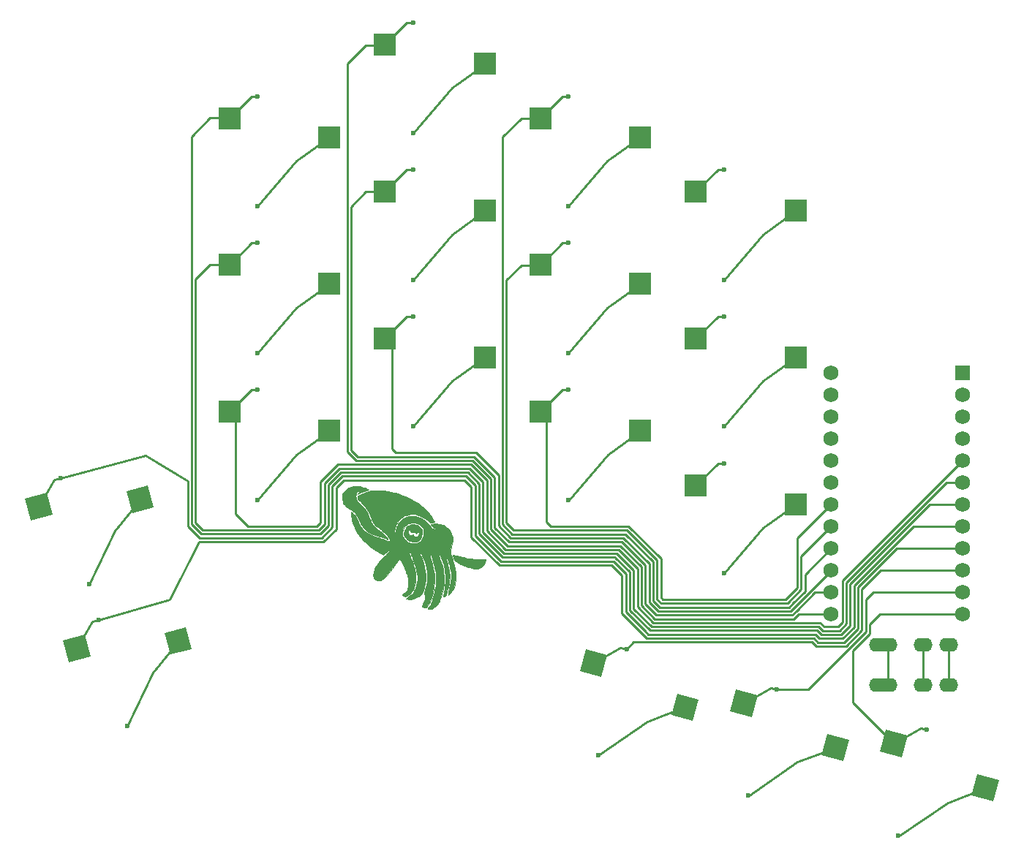
<source format=gbr>
%TF.GenerationSoftware,KiCad,Pcbnew,(5.1.9)-1*%
%TF.CreationDate,2021-04-26T16:03:13+02:00*%
%TF.ProjectId,sepia,73657069-612e-46b6-9963-61645f706362,VERSION_HERE*%
%TF.SameCoordinates,Original*%
%TF.FileFunction,Copper,L2,Bot*%
%TF.FilePolarity,Positive*%
%FSLAX46Y46*%
G04 Gerber Fmt 4.6, Leading zero omitted, Abs format (unit mm)*
G04 Created by KiCad (PCBNEW (5.1.9)-1) date 2021-04-26 16:03:13*
%MOMM*%
%LPD*%
G01*
G04 APERTURE LIST*
%TA.AperFunction,EtchedComponent*%
%ADD10C,0.010000*%
%TD*%
%TA.AperFunction,ComponentPad*%
%ADD11O,2.200000X1.600000*%
%TD*%
%TA.AperFunction,ComponentPad*%
%ADD12R,1.752600X1.752600*%
%TD*%
%TA.AperFunction,ComponentPad*%
%ADD13C,1.752600*%
%TD*%
%TA.AperFunction,SMDPad,CuDef*%
%ADD14C,0.150000*%
%TD*%
%TA.AperFunction,ComponentPad*%
%ADD15C,0.600000*%
%TD*%
%TA.AperFunction,SMDPad,CuDef*%
%ADD16R,2.600000X2.600000*%
%TD*%
%TA.AperFunction,Conductor*%
%ADD17C,0.250000*%
%TD*%
G04 APERTURE END LIST*
D10*
%TO.C,G\u002A\u002A\u002A*%
G36*
X80941929Y-82472785D02*
G01*
X80808435Y-82460697D01*
X80677786Y-82472699D01*
X80530260Y-82509447D01*
X80467849Y-82529315D01*
X80272800Y-82619916D01*
X80104426Y-82752518D01*
X79964830Y-82924660D01*
X79856117Y-83133882D01*
X79795581Y-83315659D01*
X79761340Y-83504721D01*
X79766654Y-83674870D01*
X79813868Y-83832749D01*
X79905325Y-83984996D01*
X80043366Y-84138253D01*
X80106201Y-84196086D01*
X80185689Y-84265428D01*
X80247848Y-84314458D01*
X80306016Y-84350112D01*
X80373533Y-84379320D01*
X80463738Y-84409019D01*
X80583852Y-84444367D01*
X80718508Y-84481966D01*
X80817608Y-84505214D01*
X80893686Y-84516121D01*
X80959280Y-84516698D01*
X81005723Y-84512025D01*
X81216461Y-84467971D01*
X81390897Y-84394921D01*
X81537214Y-84288410D01*
X81652623Y-84158905D01*
X81695230Y-84096740D01*
X81729553Y-84031570D01*
X81760706Y-83950733D01*
X81793802Y-83841564D01*
X81820298Y-83743653D01*
X81855689Y-83582317D01*
X81573653Y-83506746D01*
X81544079Y-83595010D01*
X81473226Y-83708688D01*
X81432805Y-83762142D01*
X81326388Y-83868219D01*
X81215467Y-83925811D01*
X81104723Y-83935010D01*
X80998842Y-83895911D01*
X80902506Y-83808607D01*
X80861740Y-83750759D01*
X80815893Y-83676516D01*
X80674149Y-83714822D01*
X80581575Y-83732859D01*
X80496678Y-83737887D01*
X80457205Y-83733194D01*
X80383273Y-83688932D01*
X80323731Y-83605452D01*
X80282683Y-83493283D01*
X80264231Y-83362956D01*
X80268847Y-83249874D01*
X80294926Y-83149220D01*
X80338594Y-83094123D01*
X80394729Y-83084696D01*
X80458212Y-83121057D01*
X80523921Y-83203318D01*
X80546841Y-83243630D01*
X80618401Y-83380113D01*
X80729604Y-83371490D01*
X80872062Y-83375448D01*
X80987843Y-83414947D01*
X81075680Y-83480027D01*
X81156520Y-83555914D01*
X81210838Y-83509668D01*
X81327726Y-83424615D01*
X81425746Y-83383935D01*
X81503492Y-83387901D01*
X81559565Y-83436779D01*
X81562714Y-83442014D01*
X81573653Y-83506746D01*
X81855689Y-83582317D01*
X81867043Y-83530553D01*
X81883724Y-83350750D01*
X81868945Y-83195596D01*
X81821309Y-83056448D01*
X81739417Y-82924661D01*
X81675490Y-82847989D01*
X81544523Y-82721223D01*
X81404361Y-82625619D01*
X81239883Y-82552287D01*
X81097989Y-82508302D01*
X80941929Y-82472785D01*
G37*
X80941929Y-82472785D02*
X80808435Y-82460697D01*
X80677786Y-82472699D01*
X80530260Y-82509447D01*
X80467849Y-82529315D01*
X80272800Y-82619916D01*
X80104426Y-82752518D01*
X79964830Y-82924660D01*
X79856117Y-83133882D01*
X79795581Y-83315659D01*
X79761340Y-83504721D01*
X79766654Y-83674870D01*
X79813868Y-83832749D01*
X79905325Y-83984996D01*
X80043366Y-84138253D01*
X80106201Y-84196086D01*
X80185689Y-84265428D01*
X80247848Y-84314458D01*
X80306016Y-84350112D01*
X80373533Y-84379320D01*
X80463738Y-84409019D01*
X80583852Y-84444367D01*
X80718508Y-84481966D01*
X80817608Y-84505214D01*
X80893686Y-84516121D01*
X80959280Y-84516698D01*
X81005723Y-84512025D01*
X81216461Y-84467971D01*
X81390897Y-84394921D01*
X81537214Y-84288410D01*
X81652623Y-84158905D01*
X81695230Y-84096740D01*
X81729553Y-84031570D01*
X81760706Y-83950733D01*
X81793802Y-83841564D01*
X81820298Y-83743653D01*
X81855689Y-83582317D01*
X81573653Y-83506746D01*
X81544079Y-83595010D01*
X81473226Y-83708688D01*
X81432805Y-83762142D01*
X81326388Y-83868219D01*
X81215467Y-83925811D01*
X81104723Y-83935010D01*
X80998842Y-83895911D01*
X80902506Y-83808607D01*
X80861740Y-83750759D01*
X80815893Y-83676516D01*
X80674149Y-83714822D01*
X80581575Y-83732859D01*
X80496678Y-83737887D01*
X80457205Y-83733194D01*
X80383273Y-83688932D01*
X80323731Y-83605452D01*
X80282683Y-83493283D01*
X80264231Y-83362956D01*
X80268847Y-83249874D01*
X80294926Y-83149220D01*
X80338594Y-83094123D01*
X80394729Y-83084696D01*
X80458212Y-83121057D01*
X80523921Y-83203318D01*
X80546841Y-83243630D01*
X80618401Y-83380113D01*
X80729604Y-83371490D01*
X80872062Y-83375448D01*
X80987843Y-83414947D01*
X81075680Y-83480027D01*
X81156520Y-83555914D01*
X81210838Y-83509668D01*
X81327726Y-83424615D01*
X81425746Y-83383935D01*
X81503492Y-83387901D01*
X81559565Y-83436779D01*
X81562714Y-83442014D01*
X81573653Y-83506746D01*
X81855689Y-83582317D01*
X81867043Y-83530553D01*
X81883724Y-83350750D01*
X81868945Y-83195596D01*
X81821309Y-83056448D01*
X81739417Y-82924661D01*
X81675490Y-82847989D01*
X81544523Y-82721223D01*
X81404361Y-82625619D01*
X81239883Y-82552287D01*
X81097989Y-82508302D01*
X80941929Y-82472785D01*
G36*
X74629881Y-78088476D02*
G01*
X74450076Y-78052006D01*
X74299981Y-78031108D01*
X74230449Y-78027202D01*
X73931983Y-78044980D01*
X73658901Y-78105546D01*
X73407525Y-78210557D01*
X73174171Y-78361662D01*
X72955159Y-78560518D01*
X72893344Y-78627872D01*
X72732099Y-78810356D01*
X72656180Y-79093690D01*
X72623774Y-79217162D01*
X72603838Y-79306432D01*
X72595341Y-79376274D01*
X72597250Y-79441458D01*
X72608534Y-79516757D01*
X72621838Y-79585300D01*
X72678606Y-79811099D01*
X72752144Y-79997057D01*
X72846307Y-80152467D01*
X72870221Y-80183538D01*
X72963536Y-80283853D01*
X73094029Y-80400798D01*
X73253618Y-80527932D01*
X73434225Y-80658809D01*
X73623963Y-80784581D01*
X73831679Y-80923597D01*
X74000437Y-81054993D01*
X74139354Y-81187560D01*
X74257547Y-81330089D01*
X74364133Y-81491372D01*
X74373722Y-81507539D01*
X74442139Y-81632603D01*
X74518485Y-81786239D01*
X74593559Y-81949195D01*
X74658160Y-82102216D01*
X74659628Y-82105915D01*
X74765265Y-82354323D01*
X74870770Y-82561717D01*
X74982228Y-82737503D01*
X75105726Y-82891081D01*
X75247346Y-83031860D01*
X75273980Y-83055475D01*
X75412431Y-83171309D01*
X75547754Y-83272435D01*
X75687469Y-83362651D01*
X75839087Y-83445754D01*
X76010125Y-83525542D01*
X76208100Y-83605811D01*
X76440526Y-83690361D01*
X76711760Y-83781948D01*
X77015948Y-83885781D01*
X77313868Y-83994642D01*
X77591052Y-84103070D01*
X77830825Y-84204617D01*
X77888528Y-84228269D01*
X77911532Y-84227541D01*
X77910951Y-84199995D01*
X77908195Y-84187655D01*
X77873316Y-84097845D01*
X77806430Y-83994234D01*
X77705578Y-83874862D01*
X77568799Y-83737770D01*
X77394134Y-83581000D01*
X77179620Y-83402592D01*
X76923299Y-83200586D01*
X76911195Y-83191252D01*
X76718361Y-83041633D01*
X76561544Y-82917072D01*
X76435679Y-82812751D01*
X76335697Y-82723852D01*
X76256531Y-82645557D01*
X76193115Y-82573044D01*
X76140380Y-82501499D01*
X76093260Y-82426100D01*
X76077448Y-82398429D01*
X76040114Y-82330779D01*
X76006371Y-82266263D01*
X75973078Y-82197687D01*
X75937093Y-82117855D01*
X75895276Y-82019572D01*
X75844483Y-81895643D01*
X75781574Y-81738873D01*
X75703407Y-81542068D01*
X75702168Y-81538941D01*
X75631072Y-81363744D01*
X75565034Y-81213557D01*
X75498971Y-81081059D01*
X75427801Y-80958929D01*
X75346441Y-80839850D01*
X75249809Y-80716501D01*
X75132821Y-80581562D01*
X74990395Y-80427714D01*
X74817449Y-80247638D01*
X74775675Y-80204672D01*
X74622698Y-80046097D01*
X74501906Y-79916480D01*
X74408891Y-79809546D01*
X74339242Y-79719019D01*
X74288550Y-79638626D01*
X74252405Y-79562088D01*
X74226398Y-79483132D01*
X74206119Y-79395482D01*
X74205742Y-79393606D01*
X74185911Y-79281770D01*
X74179798Y-79196321D01*
X74188003Y-79114565D01*
X74211117Y-79013816D01*
X74216208Y-78994535D01*
X74268215Y-78838844D01*
X74329918Y-78720956D01*
X74398455Y-78644536D01*
X74470968Y-78613245D01*
X74511320Y-78616548D01*
X74553761Y-78647737D01*
X74554428Y-78706630D01*
X74513403Y-78792153D01*
X74495451Y-78819294D01*
X74451819Y-78886276D01*
X74421928Y-78939591D01*
X74415487Y-78955428D01*
X74432712Y-78956849D01*
X74486122Y-78936695D01*
X74567722Y-78898470D01*
X74669516Y-78845674D01*
X74683984Y-78837830D01*
X74903599Y-78729761D01*
X75158607Y-78626196D01*
X75455190Y-78524733D01*
X75617142Y-78475180D01*
X75711354Y-78447302D01*
X75431200Y-78334950D01*
X75240054Y-78263752D01*
X75035620Y-78197103D01*
X74828645Y-78137759D01*
X74629881Y-78088476D01*
G37*
X74629881Y-78088476D02*
X74450076Y-78052006D01*
X74299981Y-78031108D01*
X74230449Y-78027202D01*
X73931983Y-78044980D01*
X73658901Y-78105546D01*
X73407525Y-78210557D01*
X73174171Y-78361662D01*
X72955159Y-78560518D01*
X72893344Y-78627872D01*
X72732099Y-78810356D01*
X72656180Y-79093690D01*
X72623774Y-79217162D01*
X72603838Y-79306432D01*
X72595341Y-79376274D01*
X72597250Y-79441458D01*
X72608534Y-79516757D01*
X72621838Y-79585300D01*
X72678606Y-79811099D01*
X72752144Y-79997057D01*
X72846307Y-80152467D01*
X72870221Y-80183538D01*
X72963536Y-80283853D01*
X73094029Y-80400798D01*
X73253618Y-80527932D01*
X73434225Y-80658809D01*
X73623963Y-80784581D01*
X73831679Y-80923597D01*
X74000437Y-81054993D01*
X74139354Y-81187560D01*
X74257547Y-81330089D01*
X74364133Y-81491372D01*
X74373722Y-81507539D01*
X74442139Y-81632603D01*
X74518485Y-81786239D01*
X74593559Y-81949195D01*
X74658160Y-82102216D01*
X74659628Y-82105915D01*
X74765265Y-82354323D01*
X74870770Y-82561717D01*
X74982228Y-82737503D01*
X75105726Y-82891081D01*
X75247346Y-83031860D01*
X75273980Y-83055475D01*
X75412431Y-83171309D01*
X75547754Y-83272435D01*
X75687469Y-83362651D01*
X75839087Y-83445754D01*
X76010125Y-83525542D01*
X76208100Y-83605811D01*
X76440526Y-83690361D01*
X76711760Y-83781948D01*
X77015948Y-83885781D01*
X77313868Y-83994642D01*
X77591052Y-84103070D01*
X77830825Y-84204617D01*
X77888528Y-84228269D01*
X77911532Y-84227541D01*
X77910951Y-84199995D01*
X77908195Y-84187655D01*
X77873316Y-84097845D01*
X77806430Y-83994234D01*
X77705578Y-83874862D01*
X77568799Y-83737770D01*
X77394134Y-83581000D01*
X77179620Y-83402592D01*
X76923299Y-83200586D01*
X76911195Y-83191252D01*
X76718361Y-83041633D01*
X76561544Y-82917072D01*
X76435679Y-82812751D01*
X76335697Y-82723852D01*
X76256531Y-82645557D01*
X76193115Y-82573044D01*
X76140380Y-82501499D01*
X76093260Y-82426100D01*
X76077448Y-82398429D01*
X76040114Y-82330779D01*
X76006371Y-82266263D01*
X75973078Y-82197687D01*
X75937093Y-82117855D01*
X75895276Y-82019572D01*
X75844483Y-81895643D01*
X75781574Y-81738873D01*
X75703407Y-81542068D01*
X75702168Y-81538941D01*
X75631072Y-81363744D01*
X75565034Y-81213557D01*
X75498971Y-81081059D01*
X75427801Y-80958929D01*
X75346441Y-80839850D01*
X75249809Y-80716501D01*
X75132821Y-80581562D01*
X74990395Y-80427714D01*
X74817449Y-80247638D01*
X74775675Y-80204672D01*
X74622698Y-80046097D01*
X74501906Y-79916480D01*
X74408891Y-79809546D01*
X74339242Y-79719019D01*
X74288550Y-79638626D01*
X74252405Y-79562088D01*
X74226398Y-79483132D01*
X74206119Y-79395482D01*
X74205742Y-79393606D01*
X74185911Y-79281770D01*
X74179798Y-79196321D01*
X74188003Y-79114565D01*
X74211117Y-79013816D01*
X74216208Y-78994535D01*
X74268215Y-78838844D01*
X74329918Y-78720956D01*
X74398455Y-78644536D01*
X74470968Y-78613245D01*
X74511320Y-78616548D01*
X74553761Y-78647737D01*
X74554428Y-78706630D01*
X74513403Y-78792153D01*
X74495451Y-78819294D01*
X74451819Y-78886276D01*
X74421928Y-78939591D01*
X74415487Y-78955428D01*
X74432712Y-78956849D01*
X74486122Y-78936695D01*
X74567722Y-78898470D01*
X74669516Y-78845674D01*
X74683984Y-78837830D01*
X74903599Y-78729761D01*
X75158607Y-78626196D01*
X75455190Y-78524733D01*
X75617142Y-78475180D01*
X75711354Y-78447302D01*
X75431200Y-78334950D01*
X75240054Y-78263752D01*
X75035620Y-78197103D01*
X74828645Y-78137759D01*
X74629881Y-78088476D01*
G36*
X89180515Y-86498159D02*
G01*
X89104034Y-86495891D01*
X88995913Y-86494356D01*
X88865733Y-86493717D01*
X88790395Y-86493799D01*
X88482787Y-86494246D01*
X88218026Y-86492893D01*
X87988163Y-86488833D01*
X87785254Y-86481162D01*
X87601354Y-86468972D01*
X87428515Y-86451358D01*
X87258792Y-86427414D01*
X87084238Y-86396234D01*
X86896907Y-86356912D01*
X86688854Y-86308542D01*
X86452131Y-86250218D01*
X86285791Y-86208231D01*
X85419336Y-85988399D01*
X85539124Y-86345101D01*
X85658913Y-86701803D01*
X85908814Y-86848680D01*
X86158508Y-86991923D01*
X86379868Y-87110141D01*
X86585334Y-87208614D01*
X86787340Y-87292625D01*
X86998322Y-87367457D01*
X87230719Y-87438389D01*
X87419806Y-87490416D01*
X87599747Y-87537236D01*
X87740826Y-87571185D01*
X87852800Y-87594119D01*
X87945427Y-87607889D01*
X88028464Y-87614350D01*
X88078124Y-87615492D01*
X88307860Y-87600596D01*
X88506691Y-87550893D01*
X88680173Y-87463007D01*
X88833857Y-87333557D01*
X88973297Y-87159163D01*
X89060150Y-87017934D01*
X89113207Y-86913236D01*
X89159659Y-86802726D01*
X89196495Y-86696404D01*
X89220704Y-86604265D01*
X89229277Y-86536308D01*
X89219205Y-86502532D01*
X89215776Y-86500998D01*
X89180515Y-86498159D01*
G37*
X89180515Y-86498159D02*
X89104034Y-86495891D01*
X88995913Y-86494356D01*
X88865733Y-86493717D01*
X88790395Y-86493799D01*
X88482787Y-86494246D01*
X88218026Y-86492893D01*
X87988163Y-86488833D01*
X87785254Y-86481162D01*
X87601354Y-86468972D01*
X87428515Y-86451358D01*
X87258792Y-86427414D01*
X87084238Y-86396234D01*
X86896907Y-86356912D01*
X86688854Y-86308542D01*
X86452131Y-86250218D01*
X86285791Y-86208231D01*
X85419336Y-85988399D01*
X85539124Y-86345101D01*
X85658913Y-86701803D01*
X85908814Y-86848680D01*
X86158508Y-86991923D01*
X86379868Y-87110141D01*
X86585334Y-87208614D01*
X86787340Y-87292625D01*
X86998322Y-87367457D01*
X87230719Y-87438389D01*
X87419806Y-87490416D01*
X87599747Y-87537236D01*
X87740826Y-87571185D01*
X87852800Y-87594119D01*
X87945427Y-87607889D01*
X88028464Y-87614350D01*
X88078124Y-87615492D01*
X88307860Y-87600596D01*
X88506691Y-87550893D01*
X88680173Y-87463007D01*
X88833857Y-87333557D01*
X88973297Y-87159163D01*
X89060150Y-87017934D01*
X89113207Y-86913236D01*
X89159659Y-86802726D01*
X89196495Y-86696404D01*
X89220704Y-86604265D01*
X89229277Y-86536308D01*
X89219205Y-86502532D01*
X89215776Y-86500998D01*
X89180515Y-86498159D01*
G36*
X78528846Y-78778068D02*
G01*
X78250719Y-78713480D01*
X77979827Y-78658193D01*
X77730633Y-78615628D01*
X77575653Y-78595094D01*
X77399678Y-78577677D01*
X77203687Y-78562036D01*
X76998451Y-78548688D01*
X76794741Y-78538152D01*
X76603328Y-78530945D01*
X76434983Y-78527583D01*
X76300477Y-78528584D01*
X76244799Y-78531184D01*
X76091802Y-78551963D01*
X75904461Y-78593429D01*
X75693030Y-78651953D01*
X75467765Y-78723905D01*
X75238925Y-78805656D01*
X75016763Y-78893576D01*
X74811538Y-78984035D01*
X74633505Y-79073406D01*
X74515053Y-79143297D01*
X74437963Y-79195220D01*
X74395028Y-79232413D01*
X74377105Y-79266711D01*
X74375052Y-79309950D01*
X74375934Y-79323384D01*
X74396252Y-79411761D01*
X74446730Y-79515937D01*
X74529711Y-79639219D01*
X74647536Y-79784912D01*
X74802547Y-79956322D01*
X74886469Y-80044186D01*
X75071098Y-80236059D01*
X75224288Y-80399246D01*
X75350822Y-80540680D01*
X75455483Y-80667294D01*
X75543056Y-80786020D01*
X75618321Y-80903792D01*
X75686062Y-81027543D01*
X75751061Y-81164203D01*
X75818102Y-81320709D01*
X75889798Y-81498517D01*
X75948670Y-81646795D01*
X76006169Y-81791348D01*
X76057527Y-81920204D01*
X76097973Y-82021387D01*
X76115785Y-82065738D01*
X76165171Y-82178113D01*
X76220820Y-82281259D01*
X76287427Y-82380124D01*
X76369690Y-82479657D01*
X76472302Y-82584808D01*
X76599962Y-82700524D01*
X76757362Y-82831752D01*
X76949199Y-82983442D01*
X77088172Y-83090457D01*
X77327129Y-83276708D01*
X77526399Y-83440376D01*
X77689705Y-83585262D01*
X77820774Y-83715164D01*
X77923328Y-83833883D01*
X78001090Y-83945220D01*
X78057789Y-84052973D01*
X78076522Y-84098891D01*
X78113748Y-84213396D01*
X78124617Y-84295154D01*
X78109021Y-84354911D01*
X78073528Y-84397645D01*
X78034770Y-84424667D01*
X77990368Y-84432103D01*
X77923349Y-84420946D01*
X77877624Y-84409134D01*
X77788998Y-84380934D01*
X77674516Y-84338799D01*
X77554348Y-84290287D01*
X77513748Y-84272791D01*
X77423567Y-84235730D01*
X77295569Y-84186697D01*
X77140223Y-84129519D01*
X76967991Y-84068020D01*
X76789344Y-84006024D01*
X76711399Y-83979573D01*
X76431637Y-83883730D01*
X76194304Y-83798296D01*
X75992876Y-83720108D01*
X75820825Y-83646007D01*
X75671629Y-83572829D01*
X75538761Y-83497412D01*
X75415696Y-83416595D01*
X75295910Y-83327217D01*
X75194685Y-83244585D01*
X75041753Y-83107201D01*
X74912912Y-82970118D01*
X74801241Y-82823208D01*
X74699819Y-82656341D01*
X74601724Y-82459389D01*
X74505903Y-82236645D01*
X74377980Y-81939754D01*
X74256743Y-81692435D01*
X74142331Y-81494947D01*
X74053582Y-81370226D01*
X74005423Y-81317481D01*
X73937433Y-81252099D01*
X73859215Y-81182189D01*
X73780372Y-81115858D01*
X73710507Y-81061213D01*
X73659223Y-81026360D01*
X73637000Y-81018548D01*
X73632366Y-81047248D01*
X73635150Y-81117801D01*
X73644236Y-81221985D01*
X73658512Y-81351573D01*
X73676860Y-81498343D01*
X73698167Y-81654069D01*
X73721318Y-81810528D01*
X73745199Y-81959495D01*
X73768695Y-82092745D01*
X73790689Y-82202056D01*
X73805902Y-82264732D01*
X73866746Y-82450783D01*
X73952845Y-82665015D01*
X74058148Y-82895604D01*
X74176603Y-83130727D01*
X74302157Y-83358559D01*
X74428757Y-83567277D01*
X74550352Y-83745055D01*
X74590668Y-83797857D01*
X74802954Y-84050692D01*
X75045613Y-84312943D01*
X75308967Y-84575606D01*
X75583339Y-84829676D01*
X75859055Y-85066148D01*
X76126435Y-85276017D01*
X76343803Y-85429330D01*
X76425169Y-85480228D01*
X76534550Y-85544474D01*
X76663351Y-85617449D01*
X76802980Y-85694532D01*
X76944843Y-85771105D01*
X77080343Y-85842550D01*
X77200890Y-85904247D01*
X77297887Y-85951576D01*
X77362741Y-85979918D01*
X77377208Y-85984761D01*
X77407510Y-85971861D01*
X77467187Y-85930103D01*
X77548578Y-85865392D01*
X77644016Y-85783639D01*
X77680970Y-85750601D01*
X77791486Y-85652219D01*
X77872308Y-85584734D01*
X77930083Y-85543553D01*
X77971461Y-85524085D01*
X78003095Y-85521733D01*
X78010136Y-85523249D01*
X78057972Y-85550780D01*
X78074451Y-85580765D01*
X78057657Y-85611266D01*
X78006426Y-85672654D01*
X77923880Y-85761609D01*
X77813140Y-85874813D01*
X77677326Y-86008946D01*
X77615241Y-86069102D01*
X77328590Y-86352316D01*
X77077312Y-86615000D01*
X76863036Y-86855311D01*
X76687389Y-87071409D01*
X76551999Y-87261453D01*
X76529967Y-87296060D01*
X76476673Y-87384762D01*
X76435097Y-87463956D01*
X76399985Y-87546758D01*
X76366085Y-87646280D01*
X76328140Y-87775636D01*
X76306417Y-87854116D01*
X76267486Y-87999450D01*
X76241356Y-88107810D01*
X76226241Y-88190880D01*
X76220351Y-88260346D01*
X76221899Y-88327893D01*
X76226237Y-88378170D01*
X76252985Y-88517655D01*
X76301389Y-88657603D01*
X76364305Y-88781316D01*
X76434587Y-88872097D01*
X76439593Y-88876782D01*
X76524074Y-88929176D01*
X76638918Y-88968989D01*
X76764310Y-88991579D01*
X76880438Y-88992305D01*
X76911549Y-88987345D01*
X77036763Y-88950182D01*
X77165988Y-88890029D01*
X77301411Y-88804657D01*
X77445218Y-88691840D01*
X77599594Y-88549353D01*
X77766727Y-88374968D01*
X77948804Y-88166459D01*
X78148007Y-87921600D01*
X78366526Y-87638164D01*
X78606546Y-87313925D01*
X78750837Y-87114153D01*
X78882217Y-86931216D01*
X78987607Y-86785643D01*
X79070398Y-86673351D01*
X79133980Y-86590262D01*
X79181747Y-86532295D01*
X79217086Y-86495374D01*
X79243390Y-86475416D01*
X79264050Y-86468342D01*
X79282457Y-86470073D01*
X79285504Y-86470920D01*
X79311130Y-86498283D01*
X79353283Y-86566683D01*
X79409244Y-86670142D01*
X79476301Y-86802681D01*
X79551736Y-86958321D01*
X79632835Y-87131087D01*
X79716880Y-87314997D01*
X79801157Y-87504075D01*
X79882950Y-87692343D01*
X79959544Y-87873822D01*
X80028221Y-88042533D01*
X80086268Y-88192501D01*
X80130968Y-88317744D01*
X80146678Y-88366644D01*
X80238893Y-88741479D01*
X80282456Y-89103554D01*
X80277434Y-89454495D01*
X80223892Y-89795927D01*
X80208348Y-89859440D01*
X80168293Y-90005799D01*
X80130176Y-90114087D01*
X80085597Y-90195974D01*
X80026159Y-90263125D01*
X79943462Y-90327208D01*
X79829109Y-90399891D01*
X79811707Y-90410442D01*
X79684420Y-90496386D01*
X79606124Y-90571687D01*
X79576545Y-90638083D01*
X79595403Y-90697307D01*
X79662423Y-90751096D01*
X79750905Y-90791523D01*
X79894080Y-90846017D01*
X80216302Y-90653784D01*
X80376733Y-90554195D01*
X80508221Y-90461159D01*
X80615772Y-90367245D01*
X80704393Y-90265026D01*
X80779090Y-90147074D01*
X80844871Y-90005960D01*
X80906741Y-89834254D01*
X80969707Y-89624531D01*
X81010703Y-89475087D01*
X81074989Y-89214291D01*
X81118400Y-88980984D01*
X81141130Y-88762570D01*
X81143368Y-88546450D01*
X81125308Y-88320029D01*
X81087139Y-88070709D01*
X81035893Y-87816973D01*
X80989711Y-87618609D01*
X80938054Y-87424184D01*
X80877999Y-87224807D01*
X80806630Y-87011584D01*
X80721025Y-86775625D01*
X80618264Y-86508039D01*
X80546952Y-86328092D01*
X80473682Y-86142009D01*
X80419728Y-85997893D01*
X80383677Y-85891336D01*
X80364113Y-85817925D01*
X80359621Y-85773251D01*
X80363970Y-85757754D01*
X80406324Y-85725113D01*
X80457554Y-85738284D01*
X80512435Y-85794278D01*
X80555093Y-85867147D01*
X80584220Y-85931113D01*
X80627830Y-86032114D01*
X80681640Y-86159978D01*
X80741365Y-86304533D01*
X80797710Y-86443171D01*
X80974526Y-86910689D01*
X81114764Y-87347367D01*
X81218722Y-87757307D01*
X81286698Y-88144610D01*
X81318988Y-88513382D01*
X81315891Y-88867723D01*
X81277700Y-89211736D01*
X81204716Y-89549524D01*
X81097233Y-89885189D01*
X81054768Y-89994891D01*
X80952959Y-90211760D01*
X80832119Y-90397199D01*
X80684455Y-90559696D01*
X80502173Y-90707740D01*
X80277479Y-90849815D01*
X80261337Y-90858979D01*
X80153243Y-90923162D01*
X80085100Y-90973302D01*
X80050551Y-91016238D01*
X80043238Y-91058811D01*
X80049299Y-91087089D01*
X80081665Y-91112161D01*
X80154958Y-91131236D01*
X80259562Y-91143485D01*
X80385864Y-91148071D01*
X80524256Y-91144162D01*
X80618288Y-91136444D01*
X80744348Y-91117376D01*
X80872266Y-91084851D01*
X81012150Y-91035277D01*
X81174110Y-90965066D01*
X81368258Y-90870625D01*
X81371878Y-90868799D01*
X81487772Y-90806587D01*
X81576193Y-90747452D01*
X81655123Y-90677193D01*
X81742543Y-90581614D01*
X81757276Y-90564478D01*
X81839387Y-90465115D01*
X81896538Y-90384372D01*
X81939120Y-90304385D01*
X81977525Y-90207291D01*
X81995851Y-90154328D01*
X82042989Y-89999201D01*
X82091865Y-89811040D01*
X82139808Y-89602963D01*
X82184142Y-89388089D01*
X82222196Y-89179537D01*
X82251296Y-88990426D01*
X82268768Y-88833873D01*
X82270790Y-88805054D01*
X82274045Y-88360312D01*
X82232157Y-87899582D01*
X82146171Y-87428029D01*
X82017131Y-86950819D01*
X81846083Y-86473114D01*
X81756147Y-86260405D01*
X81690651Y-86105289D01*
X81650000Y-85989965D01*
X81633414Y-85910365D01*
X81640109Y-85862417D01*
X81669305Y-85842054D01*
X81675594Y-85841126D01*
X81727491Y-85852901D01*
X81780781Y-85901978D01*
X81839440Y-85992898D01*
X81882948Y-86077868D01*
X82040540Y-86432030D01*
X82168561Y-86781567D01*
X82272894Y-87144509D01*
X82359008Y-87536716D01*
X82416799Y-87881854D01*
X82452190Y-88205478D01*
X82464657Y-88517735D01*
X82453675Y-88828775D01*
X82418720Y-89148740D01*
X82359266Y-89487779D01*
X82274787Y-89856037D01*
X82230154Y-90027701D01*
X82113176Y-90464350D01*
X82162945Y-90667590D01*
X82198238Y-90898491D01*
X82195435Y-91049776D01*
X82186142Y-91129191D01*
X82172575Y-91197135D01*
X82150325Y-91266228D01*
X82114979Y-91349083D01*
X82062126Y-91458317D01*
X82030704Y-91520928D01*
X81959884Y-91663044D01*
X81910324Y-91768474D01*
X81879367Y-91845345D01*
X81864350Y-91901783D01*
X81862613Y-91945917D01*
X81871496Y-91985876D01*
X81875110Y-91996289D01*
X81896836Y-92036336D01*
X81935636Y-92063833D01*
X82005680Y-92087406D01*
X82039030Y-92096033D01*
X82154631Y-92122213D01*
X82236755Y-92129310D01*
X82300562Y-92112903D01*
X82361215Y-92068572D01*
X82433871Y-91991897D01*
X82446951Y-91977096D01*
X82567602Y-91821606D01*
X82678201Y-91638908D01*
X82781054Y-91423862D01*
X82878462Y-91171325D01*
X82972727Y-90876157D01*
X83027622Y-90680602D01*
X83123726Y-90300468D01*
X83199419Y-89945515D01*
X83254510Y-89608735D01*
X83288803Y-89283121D01*
X83302108Y-88961663D01*
X83294229Y-88637353D01*
X83264973Y-88303183D01*
X83214147Y-87952145D01*
X83141558Y-87577229D01*
X83047012Y-87171429D01*
X82930315Y-86727736D01*
X82917229Y-86680324D01*
X82870770Y-86507751D01*
X82831730Y-86353039D01*
X82801647Y-86223024D01*
X82782058Y-86124552D01*
X82774500Y-86064462D01*
X82775787Y-86050765D01*
X82812460Y-86014922D01*
X82864426Y-86014905D01*
X82913501Y-86048330D01*
X82928371Y-86070769D01*
X82951480Y-86128675D01*
X82984177Y-86228355D01*
X83024410Y-86362132D01*
X83070129Y-86522328D01*
X83119285Y-86701269D01*
X83169827Y-86891278D01*
X83219704Y-87084680D01*
X83266867Y-87273796D01*
X83309266Y-87450954D01*
X83344851Y-87608473D01*
X83365548Y-87707663D01*
X83434887Y-88114065D01*
X83475705Y-88499759D01*
X83488578Y-88881010D01*
X83474090Y-89274083D01*
X83435620Y-89672345D01*
X83417240Y-89784971D01*
X83384031Y-89943431D01*
X83336598Y-90145157D01*
X83275545Y-90387583D01*
X83201475Y-90668142D01*
X83199856Y-90674160D01*
X83127686Y-90937925D01*
X83064215Y-91158627D01*
X83006839Y-91342728D01*
X82952956Y-91496690D01*
X82899963Y-91626977D01*
X82845257Y-91740053D01*
X82786235Y-91842378D01*
X82720296Y-91940419D01*
X82654533Y-92028209D01*
X82580631Y-92126990D01*
X82538674Y-92195266D01*
X82526684Y-92240352D01*
X82542685Y-92269561D01*
X82583826Y-92289900D01*
X82649345Y-92301147D01*
X82740755Y-92303203D01*
X82804933Y-92298892D01*
X82968631Y-92258639D01*
X83140869Y-92175115D01*
X83313782Y-92053129D01*
X83479504Y-91897486D01*
X83502168Y-91872745D01*
X83615529Y-91741438D01*
X83712024Y-91616060D01*
X83795250Y-91488981D01*
X83868802Y-91352572D01*
X83936272Y-91199204D01*
X84001256Y-91021247D01*
X84067350Y-90811070D01*
X84138148Y-90561046D01*
X84162328Y-90471582D01*
X84227257Y-90222154D01*
X84277867Y-90008044D01*
X84316033Y-89816414D01*
X84343625Y-89634433D01*
X84362517Y-89449264D01*
X84374583Y-89248074D01*
X84381694Y-89018028D01*
X84382811Y-88960481D01*
X84379385Y-88499555D01*
X84350494Y-88072442D01*
X84293965Y-87667809D01*
X84207620Y-87274321D01*
X84089284Y-86880644D01*
X83936783Y-86475444D01*
X83879876Y-86340254D01*
X83827093Y-86212872D01*
X83795506Y-86123072D01*
X83783021Y-86063284D01*
X83787552Y-86025941D01*
X83791162Y-86019124D01*
X83828857Y-85988511D01*
X83884100Y-85997785D01*
X83927074Y-86036074D01*
X83979929Y-86117117D01*
X84040207Y-86234388D01*
X84105450Y-86381363D01*
X84173201Y-86551514D01*
X84241000Y-86738318D01*
X84306391Y-86935247D01*
X84366915Y-87135779D01*
X84420114Y-87333387D01*
X84463530Y-87521546D01*
X84469930Y-87552971D01*
X84530492Y-87941888D01*
X84565295Y-88361883D01*
X84574626Y-88800416D01*
X84558776Y-89244950D01*
X84518035Y-89682950D01*
X84452691Y-90101879D01*
X84405990Y-90321228D01*
X84369027Y-90479547D01*
X84343217Y-90596069D01*
X84327600Y-90678331D01*
X84321223Y-90733873D01*
X84323125Y-90770233D01*
X84332349Y-90794950D01*
X84343823Y-90810768D01*
X84383029Y-90850213D01*
X84419594Y-90860990D01*
X84465298Y-90840738D01*
X84531917Y-90787096D01*
X84552342Y-90768977D01*
X84668617Y-90664978D01*
X84835995Y-89931667D01*
X84880581Y-89733421D01*
X84922830Y-89540088D01*
X84960935Y-89360375D01*
X84993085Y-89202985D01*
X85017469Y-89076625D01*
X85032278Y-88990000D01*
X85033301Y-88982861D01*
X85057413Y-88757886D01*
X85065660Y-88535036D01*
X85057121Y-88306868D01*
X85030871Y-88065943D01*
X84985988Y-87804818D01*
X84921549Y-87516052D01*
X84836631Y-87192204D01*
X84791424Y-87032814D01*
X84740517Y-86854819D01*
X84703437Y-86719135D01*
X84679063Y-86619525D01*
X84666272Y-86549749D01*
X84663946Y-86503569D01*
X84670962Y-86474745D01*
X84686201Y-86457039D01*
X84687776Y-86455892D01*
X84722450Y-86437842D01*
X84754549Y-86438121D01*
X84785874Y-86460685D01*
X84818218Y-86509491D01*
X84853380Y-86588495D01*
X84893156Y-86701657D01*
X84939343Y-86852930D01*
X84993737Y-87046275D01*
X85049071Y-87251550D01*
X85117100Y-87516940D01*
X85171620Y-87756401D01*
X85212486Y-87977054D01*
X85239559Y-88186019D01*
X85252692Y-88390417D01*
X85251745Y-88597368D01*
X85236573Y-88813993D01*
X85207034Y-89047412D01*
X85162985Y-89304746D01*
X85104282Y-89593114D01*
X85030783Y-89919639D01*
X84992189Y-90083676D01*
X84942716Y-90295735D01*
X84906338Y-90460712D01*
X84882691Y-90580512D01*
X84871412Y-90657038D01*
X84872140Y-90692195D01*
X84875694Y-90695101D01*
X84933350Y-90671327D01*
X85008193Y-90608271D01*
X85095304Y-90512388D01*
X85189765Y-90390135D01*
X85286653Y-90247965D01*
X85381054Y-90092335D01*
X85468044Y-89929700D01*
X85484416Y-89896286D01*
X85565379Y-89703157D01*
X85638782Y-89480714D01*
X85700516Y-89245458D01*
X85746478Y-89013890D01*
X85772562Y-88802511D01*
X85776646Y-88721859D01*
X85774487Y-88355716D01*
X85749525Y-88003608D01*
X85699844Y-87653744D01*
X85623532Y-87294332D01*
X85518673Y-86913583D01*
X85445765Y-86683604D01*
X85391368Y-86518447D01*
X85339253Y-86359494D01*
X85292658Y-86216676D01*
X85254820Y-86099923D01*
X85228977Y-86019164D01*
X85225049Y-86006655D01*
X85197519Y-85902761D01*
X85181510Y-85797963D01*
X85177515Y-85684166D01*
X85186025Y-85553275D01*
X85207534Y-85397192D01*
X85242534Y-85207823D01*
X85286237Y-85001049D01*
X85335019Y-84772946D01*
X85342151Y-84736159D01*
X81994912Y-83839270D01*
X81937688Y-84016086D01*
X81893510Y-84119327D01*
X81776258Y-84307885D01*
X81626302Y-84461296D01*
X81448865Y-84578203D01*
X81249174Y-84657251D01*
X81032453Y-84697084D01*
X80803928Y-84696346D01*
X80568824Y-84653682D01*
X80332367Y-84567737D01*
X80273982Y-84539497D01*
X80082662Y-84421690D01*
X79908534Y-84275209D01*
X79764853Y-84112102D01*
X79705292Y-84022549D01*
X79616878Y-83838806D01*
X79571692Y-83656788D01*
X79569414Y-83468437D01*
X79609722Y-83265694D01*
X79668337Y-83097777D01*
X79784369Y-82859994D01*
X79924495Y-82665634D01*
X80091257Y-82512115D01*
X80287200Y-82396857D01*
X80405640Y-82349755D01*
X80563899Y-82300813D01*
X80697880Y-82273960D01*
X80824341Y-82268832D01*
X80960041Y-82285065D01*
X81121734Y-82322296D01*
X81162653Y-82333321D01*
X81294388Y-82371064D01*
X81390974Y-82403904D01*
X81466821Y-82438089D01*
X81536342Y-82479865D01*
X81592853Y-82519831D01*
X81762481Y-82666013D01*
X81901195Y-82829481D01*
X82002475Y-83001249D01*
X82057237Y-83160013D01*
X82071428Y-83297586D01*
X82064175Y-83466000D01*
X82037872Y-83651234D01*
X81994912Y-83839270D01*
X85342151Y-84736159D01*
X85371387Y-84585329D01*
X85395814Y-84429545D01*
X85408780Y-84296944D01*
X85410765Y-84178872D01*
X85402244Y-84066681D01*
X85383696Y-83951717D01*
X85355600Y-83825331D01*
X85352001Y-83810583D01*
X85277541Y-83566561D01*
X85178694Y-83353548D01*
X85048158Y-83159657D01*
X84878633Y-82973005D01*
X84782613Y-82883689D01*
X84633145Y-82758011D01*
X84494130Y-82659649D01*
X84353734Y-82583289D01*
X84200121Y-82523615D01*
X84021457Y-82475311D01*
X83805906Y-82433061D01*
X83763337Y-82425864D01*
X83622219Y-82403168D01*
X83516608Y-82389366D01*
X83432010Y-82384369D01*
X83353934Y-82388089D01*
X83267887Y-82400436D01*
X83159376Y-82421320D01*
X83155375Y-82422127D01*
X82891236Y-82475464D01*
X82977552Y-82587402D01*
X83066024Y-82690121D01*
X83160604Y-82770710D01*
X83279352Y-82843545D01*
X83336369Y-82873081D01*
X83425008Y-82925931D01*
X83467050Y-82974883D01*
X83465857Y-83025253D01*
X83449952Y-83052831D01*
X83427470Y-83069700D01*
X83388275Y-83069870D01*
X83320678Y-83052120D01*
X83264890Y-83033491D01*
X83154528Y-82988705D01*
X83057965Y-82932460D01*
X82966176Y-82857034D01*
X82870136Y-82754711D01*
X82760823Y-82617768D01*
X82728371Y-82574542D01*
X82551321Y-82355869D01*
X82365517Y-82167934D01*
X82160817Y-82002675D01*
X81927077Y-81852035D01*
X81654154Y-81707952D01*
X81612692Y-81688060D01*
X81362031Y-81583776D01*
X81122585Y-81517209D01*
X80882026Y-81486925D01*
X80628029Y-81491486D01*
X80348267Y-81529456D01*
X80311194Y-81536417D01*
X80093732Y-81588466D01*
X79906670Y-81657953D01*
X79738407Y-81751721D01*
X79577342Y-81876603D01*
X79411875Y-82039440D01*
X79358555Y-82097931D01*
X79252939Y-82219542D01*
X79169156Y-82326424D01*
X79101453Y-82429466D01*
X79044078Y-82539553D01*
X78991277Y-82667572D01*
X78937297Y-82824409D01*
X78883839Y-82996275D01*
X78835826Y-83154229D01*
X78799632Y-83269959D01*
X78772453Y-83349889D01*
X78751480Y-83400446D01*
X78733909Y-83428052D01*
X78716934Y-83439133D01*
X78697749Y-83440114D01*
X78690353Y-83439304D01*
X78653389Y-83424756D01*
X78632331Y-83388443D01*
X78627346Y-83325035D01*
X78638603Y-83229203D01*
X78666267Y-83095616D01*
X78706164Y-82935519D01*
X78753315Y-82764472D01*
X78796258Y-82631458D01*
X78839306Y-82524430D01*
X78886599Y-82431650D01*
X79003817Y-82247708D01*
X79144825Y-82063350D01*
X79301003Y-81887461D01*
X79463727Y-81728934D01*
X79624378Y-81596654D01*
X79774333Y-81499511D01*
X79806924Y-81482821D01*
X79911190Y-81442271D01*
X80051572Y-81401213D01*
X80213521Y-81362807D01*
X80382484Y-81330209D01*
X80543911Y-81306577D01*
X80669424Y-81295646D01*
X80868808Y-81294291D01*
X81056489Y-81311936D01*
X81243726Y-81351326D01*
X81441775Y-81415207D01*
X81661895Y-81506327D01*
X81802872Y-81572140D01*
X82072120Y-81715543D01*
X82312136Y-81874746D01*
X82539509Y-82061667D01*
X82705067Y-82220476D01*
X82787943Y-82304314D01*
X83044343Y-82252276D01*
X83300744Y-82200237D01*
X83231771Y-82051903D01*
X83166132Y-81924150D01*
X83076793Y-81769096D01*
X82971726Y-81599159D01*
X82858906Y-81426753D01*
X82746306Y-81264295D01*
X82641899Y-81124202D01*
X82611787Y-81086450D01*
X82497773Y-80957848D01*
X82351210Y-80809838D01*
X82181888Y-80651084D01*
X81999594Y-80490251D01*
X81814118Y-80336007D01*
X81635247Y-80197018D01*
X81490912Y-80094095D01*
X81147382Y-79877254D01*
X80761680Y-79661180D01*
X80342319Y-79450074D01*
X79897812Y-79248140D01*
X79436669Y-79059583D01*
X79262020Y-78993487D01*
X79048959Y-78921488D01*
X78799747Y-78848544D01*
X78528846Y-78778068D01*
G37*
X78528846Y-78778068D02*
X78250719Y-78713480D01*
X77979827Y-78658193D01*
X77730633Y-78615628D01*
X77575653Y-78595094D01*
X77399678Y-78577677D01*
X77203687Y-78562036D01*
X76998451Y-78548688D01*
X76794741Y-78538152D01*
X76603328Y-78530945D01*
X76434983Y-78527583D01*
X76300477Y-78528584D01*
X76244799Y-78531184D01*
X76091802Y-78551963D01*
X75904461Y-78593429D01*
X75693030Y-78651953D01*
X75467765Y-78723905D01*
X75238925Y-78805656D01*
X75016763Y-78893576D01*
X74811538Y-78984035D01*
X74633505Y-79073406D01*
X74515053Y-79143297D01*
X74437963Y-79195220D01*
X74395028Y-79232413D01*
X74377105Y-79266711D01*
X74375052Y-79309950D01*
X74375934Y-79323384D01*
X74396252Y-79411761D01*
X74446730Y-79515937D01*
X74529711Y-79639219D01*
X74647536Y-79784912D01*
X74802547Y-79956322D01*
X74886469Y-80044186D01*
X75071098Y-80236059D01*
X75224288Y-80399246D01*
X75350822Y-80540680D01*
X75455483Y-80667294D01*
X75543056Y-80786020D01*
X75618321Y-80903792D01*
X75686062Y-81027543D01*
X75751061Y-81164203D01*
X75818102Y-81320709D01*
X75889798Y-81498517D01*
X75948670Y-81646795D01*
X76006169Y-81791348D01*
X76057527Y-81920204D01*
X76097973Y-82021387D01*
X76115785Y-82065738D01*
X76165171Y-82178113D01*
X76220820Y-82281259D01*
X76287427Y-82380124D01*
X76369690Y-82479657D01*
X76472302Y-82584808D01*
X76599962Y-82700524D01*
X76757362Y-82831752D01*
X76949199Y-82983442D01*
X77088172Y-83090457D01*
X77327129Y-83276708D01*
X77526399Y-83440376D01*
X77689705Y-83585262D01*
X77820774Y-83715164D01*
X77923328Y-83833883D01*
X78001090Y-83945220D01*
X78057789Y-84052973D01*
X78076522Y-84098891D01*
X78113748Y-84213396D01*
X78124617Y-84295154D01*
X78109021Y-84354911D01*
X78073528Y-84397645D01*
X78034770Y-84424667D01*
X77990368Y-84432103D01*
X77923349Y-84420946D01*
X77877624Y-84409134D01*
X77788998Y-84380934D01*
X77674516Y-84338799D01*
X77554348Y-84290287D01*
X77513748Y-84272791D01*
X77423567Y-84235730D01*
X77295569Y-84186697D01*
X77140223Y-84129519D01*
X76967991Y-84068020D01*
X76789344Y-84006024D01*
X76711399Y-83979573D01*
X76431637Y-83883730D01*
X76194304Y-83798296D01*
X75992876Y-83720108D01*
X75820825Y-83646007D01*
X75671629Y-83572829D01*
X75538761Y-83497412D01*
X75415696Y-83416595D01*
X75295910Y-83327217D01*
X75194685Y-83244585D01*
X75041753Y-83107201D01*
X74912912Y-82970118D01*
X74801241Y-82823208D01*
X74699819Y-82656341D01*
X74601724Y-82459389D01*
X74505903Y-82236645D01*
X74377980Y-81939754D01*
X74256743Y-81692435D01*
X74142331Y-81494947D01*
X74053582Y-81370226D01*
X74005423Y-81317481D01*
X73937433Y-81252099D01*
X73859215Y-81182189D01*
X73780372Y-81115858D01*
X73710507Y-81061213D01*
X73659223Y-81026360D01*
X73637000Y-81018548D01*
X73632366Y-81047248D01*
X73635150Y-81117801D01*
X73644236Y-81221985D01*
X73658512Y-81351573D01*
X73676860Y-81498343D01*
X73698167Y-81654069D01*
X73721318Y-81810528D01*
X73745199Y-81959495D01*
X73768695Y-82092745D01*
X73790689Y-82202056D01*
X73805902Y-82264732D01*
X73866746Y-82450783D01*
X73952845Y-82665015D01*
X74058148Y-82895604D01*
X74176603Y-83130727D01*
X74302157Y-83358559D01*
X74428757Y-83567277D01*
X74550352Y-83745055D01*
X74590668Y-83797857D01*
X74802954Y-84050692D01*
X75045613Y-84312943D01*
X75308967Y-84575606D01*
X75583339Y-84829676D01*
X75859055Y-85066148D01*
X76126435Y-85276017D01*
X76343803Y-85429330D01*
X76425169Y-85480228D01*
X76534550Y-85544474D01*
X76663351Y-85617449D01*
X76802980Y-85694532D01*
X76944843Y-85771105D01*
X77080343Y-85842550D01*
X77200890Y-85904247D01*
X77297887Y-85951576D01*
X77362741Y-85979918D01*
X77377208Y-85984761D01*
X77407510Y-85971861D01*
X77467187Y-85930103D01*
X77548578Y-85865392D01*
X77644016Y-85783639D01*
X77680970Y-85750601D01*
X77791486Y-85652219D01*
X77872308Y-85584734D01*
X77930083Y-85543553D01*
X77971461Y-85524085D01*
X78003095Y-85521733D01*
X78010136Y-85523249D01*
X78057972Y-85550780D01*
X78074451Y-85580765D01*
X78057657Y-85611266D01*
X78006426Y-85672654D01*
X77923880Y-85761609D01*
X77813140Y-85874813D01*
X77677326Y-86008946D01*
X77615241Y-86069102D01*
X77328590Y-86352316D01*
X77077312Y-86615000D01*
X76863036Y-86855311D01*
X76687389Y-87071409D01*
X76551999Y-87261453D01*
X76529967Y-87296060D01*
X76476673Y-87384762D01*
X76435097Y-87463956D01*
X76399985Y-87546758D01*
X76366085Y-87646280D01*
X76328140Y-87775636D01*
X76306417Y-87854116D01*
X76267486Y-87999450D01*
X76241356Y-88107810D01*
X76226241Y-88190880D01*
X76220351Y-88260346D01*
X76221899Y-88327893D01*
X76226237Y-88378170D01*
X76252985Y-88517655D01*
X76301389Y-88657603D01*
X76364305Y-88781316D01*
X76434587Y-88872097D01*
X76439593Y-88876782D01*
X76524074Y-88929176D01*
X76638918Y-88968989D01*
X76764310Y-88991579D01*
X76880438Y-88992305D01*
X76911549Y-88987345D01*
X77036763Y-88950182D01*
X77165988Y-88890029D01*
X77301411Y-88804657D01*
X77445218Y-88691840D01*
X77599594Y-88549353D01*
X77766727Y-88374968D01*
X77948804Y-88166459D01*
X78148007Y-87921600D01*
X78366526Y-87638164D01*
X78606546Y-87313925D01*
X78750837Y-87114153D01*
X78882217Y-86931216D01*
X78987607Y-86785643D01*
X79070398Y-86673351D01*
X79133980Y-86590262D01*
X79181747Y-86532295D01*
X79217086Y-86495374D01*
X79243390Y-86475416D01*
X79264050Y-86468342D01*
X79282457Y-86470073D01*
X79285504Y-86470920D01*
X79311130Y-86498283D01*
X79353283Y-86566683D01*
X79409244Y-86670142D01*
X79476301Y-86802681D01*
X79551736Y-86958321D01*
X79632835Y-87131087D01*
X79716880Y-87314997D01*
X79801157Y-87504075D01*
X79882950Y-87692343D01*
X79959544Y-87873822D01*
X80028221Y-88042533D01*
X80086268Y-88192501D01*
X80130968Y-88317744D01*
X80146678Y-88366644D01*
X80238893Y-88741479D01*
X80282456Y-89103554D01*
X80277434Y-89454495D01*
X80223892Y-89795927D01*
X80208348Y-89859440D01*
X80168293Y-90005799D01*
X80130176Y-90114087D01*
X80085597Y-90195974D01*
X80026159Y-90263125D01*
X79943462Y-90327208D01*
X79829109Y-90399891D01*
X79811707Y-90410442D01*
X79684420Y-90496386D01*
X79606124Y-90571687D01*
X79576545Y-90638083D01*
X79595403Y-90697307D01*
X79662423Y-90751096D01*
X79750905Y-90791523D01*
X79894080Y-90846017D01*
X80216302Y-90653784D01*
X80376733Y-90554195D01*
X80508221Y-90461159D01*
X80615772Y-90367245D01*
X80704393Y-90265026D01*
X80779090Y-90147074D01*
X80844871Y-90005960D01*
X80906741Y-89834254D01*
X80969707Y-89624531D01*
X81010703Y-89475087D01*
X81074989Y-89214291D01*
X81118400Y-88980984D01*
X81141130Y-88762570D01*
X81143368Y-88546450D01*
X81125308Y-88320029D01*
X81087139Y-88070709D01*
X81035893Y-87816973D01*
X80989711Y-87618609D01*
X80938054Y-87424184D01*
X80877999Y-87224807D01*
X80806630Y-87011584D01*
X80721025Y-86775625D01*
X80618264Y-86508039D01*
X80546952Y-86328092D01*
X80473682Y-86142009D01*
X80419728Y-85997893D01*
X80383677Y-85891336D01*
X80364113Y-85817925D01*
X80359621Y-85773251D01*
X80363970Y-85757754D01*
X80406324Y-85725113D01*
X80457554Y-85738284D01*
X80512435Y-85794278D01*
X80555093Y-85867147D01*
X80584220Y-85931113D01*
X80627830Y-86032114D01*
X80681640Y-86159978D01*
X80741365Y-86304533D01*
X80797710Y-86443171D01*
X80974526Y-86910689D01*
X81114764Y-87347367D01*
X81218722Y-87757307D01*
X81286698Y-88144610D01*
X81318988Y-88513382D01*
X81315891Y-88867723D01*
X81277700Y-89211736D01*
X81204716Y-89549524D01*
X81097233Y-89885189D01*
X81054768Y-89994891D01*
X80952959Y-90211760D01*
X80832119Y-90397199D01*
X80684455Y-90559696D01*
X80502173Y-90707740D01*
X80277479Y-90849815D01*
X80261337Y-90858979D01*
X80153243Y-90923162D01*
X80085100Y-90973302D01*
X80050551Y-91016238D01*
X80043238Y-91058811D01*
X80049299Y-91087089D01*
X80081665Y-91112161D01*
X80154958Y-91131236D01*
X80259562Y-91143485D01*
X80385864Y-91148071D01*
X80524256Y-91144162D01*
X80618288Y-91136444D01*
X80744348Y-91117376D01*
X80872266Y-91084851D01*
X81012150Y-91035277D01*
X81174110Y-90965066D01*
X81368258Y-90870625D01*
X81371878Y-90868799D01*
X81487772Y-90806587D01*
X81576193Y-90747452D01*
X81655123Y-90677193D01*
X81742543Y-90581614D01*
X81757276Y-90564478D01*
X81839387Y-90465115D01*
X81896538Y-90384372D01*
X81939120Y-90304385D01*
X81977525Y-90207291D01*
X81995851Y-90154328D01*
X82042989Y-89999201D01*
X82091865Y-89811040D01*
X82139808Y-89602963D01*
X82184142Y-89388089D01*
X82222196Y-89179537D01*
X82251296Y-88990426D01*
X82268768Y-88833873D01*
X82270790Y-88805054D01*
X82274045Y-88360312D01*
X82232157Y-87899582D01*
X82146171Y-87428029D01*
X82017131Y-86950819D01*
X81846083Y-86473114D01*
X81756147Y-86260405D01*
X81690651Y-86105289D01*
X81650000Y-85989965D01*
X81633414Y-85910365D01*
X81640109Y-85862417D01*
X81669305Y-85842054D01*
X81675594Y-85841126D01*
X81727491Y-85852901D01*
X81780781Y-85901978D01*
X81839440Y-85992898D01*
X81882948Y-86077868D01*
X82040540Y-86432030D01*
X82168561Y-86781567D01*
X82272894Y-87144509D01*
X82359008Y-87536716D01*
X82416799Y-87881854D01*
X82452190Y-88205478D01*
X82464657Y-88517735D01*
X82453675Y-88828775D01*
X82418720Y-89148740D01*
X82359266Y-89487779D01*
X82274787Y-89856037D01*
X82230154Y-90027701D01*
X82113176Y-90464350D01*
X82162945Y-90667590D01*
X82198238Y-90898491D01*
X82195435Y-91049776D01*
X82186142Y-91129191D01*
X82172575Y-91197135D01*
X82150325Y-91266228D01*
X82114979Y-91349083D01*
X82062126Y-91458317D01*
X82030704Y-91520928D01*
X81959884Y-91663044D01*
X81910324Y-91768474D01*
X81879367Y-91845345D01*
X81864350Y-91901783D01*
X81862613Y-91945917D01*
X81871496Y-91985876D01*
X81875110Y-91996289D01*
X81896836Y-92036336D01*
X81935636Y-92063833D01*
X82005680Y-92087406D01*
X82039030Y-92096033D01*
X82154631Y-92122213D01*
X82236755Y-92129310D01*
X82300562Y-92112903D01*
X82361215Y-92068572D01*
X82433871Y-91991897D01*
X82446951Y-91977096D01*
X82567602Y-91821606D01*
X82678201Y-91638908D01*
X82781054Y-91423862D01*
X82878462Y-91171325D01*
X82972727Y-90876157D01*
X83027622Y-90680602D01*
X83123726Y-90300468D01*
X83199419Y-89945515D01*
X83254510Y-89608735D01*
X83288803Y-89283121D01*
X83302108Y-88961663D01*
X83294229Y-88637353D01*
X83264973Y-88303183D01*
X83214147Y-87952145D01*
X83141558Y-87577229D01*
X83047012Y-87171429D01*
X82930315Y-86727736D01*
X82917229Y-86680324D01*
X82870770Y-86507751D01*
X82831730Y-86353039D01*
X82801647Y-86223024D01*
X82782058Y-86124552D01*
X82774500Y-86064462D01*
X82775787Y-86050765D01*
X82812460Y-86014922D01*
X82864426Y-86014905D01*
X82913501Y-86048330D01*
X82928371Y-86070769D01*
X82951480Y-86128675D01*
X82984177Y-86228355D01*
X83024410Y-86362132D01*
X83070129Y-86522328D01*
X83119285Y-86701269D01*
X83169827Y-86891278D01*
X83219704Y-87084680D01*
X83266867Y-87273796D01*
X83309266Y-87450954D01*
X83344851Y-87608473D01*
X83365548Y-87707663D01*
X83434887Y-88114065D01*
X83475705Y-88499759D01*
X83488578Y-88881010D01*
X83474090Y-89274083D01*
X83435620Y-89672345D01*
X83417240Y-89784971D01*
X83384031Y-89943431D01*
X83336598Y-90145157D01*
X83275545Y-90387583D01*
X83201475Y-90668142D01*
X83199856Y-90674160D01*
X83127686Y-90937925D01*
X83064215Y-91158627D01*
X83006839Y-91342728D01*
X82952956Y-91496690D01*
X82899963Y-91626977D01*
X82845257Y-91740053D01*
X82786235Y-91842378D01*
X82720296Y-91940419D01*
X82654533Y-92028209D01*
X82580631Y-92126990D01*
X82538674Y-92195266D01*
X82526684Y-92240352D01*
X82542685Y-92269561D01*
X82583826Y-92289900D01*
X82649345Y-92301147D01*
X82740755Y-92303203D01*
X82804933Y-92298892D01*
X82968631Y-92258639D01*
X83140869Y-92175115D01*
X83313782Y-92053129D01*
X83479504Y-91897486D01*
X83502168Y-91872745D01*
X83615529Y-91741438D01*
X83712024Y-91616060D01*
X83795250Y-91488981D01*
X83868802Y-91352572D01*
X83936272Y-91199204D01*
X84001256Y-91021247D01*
X84067350Y-90811070D01*
X84138148Y-90561046D01*
X84162328Y-90471582D01*
X84227257Y-90222154D01*
X84277867Y-90008044D01*
X84316033Y-89816414D01*
X84343625Y-89634433D01*
X84362517Y-89449264D01*
X84374583Y-89248074D01*
X84381694Y-89018028D01*
X84382811Y-88960481D01*
X84379385Y-88499555D01*
X84350494Y-88072442D01*
X84293965Y-87667809D01*
X84207620Y-87274321D01*
X84089284Y-86880644D01*
X83936783Y-86475444D01*
X83879876Y-86340254D01*
X83827093Y-86212872D01*
X83795506Y-86123072D01*
X83783021Y-86063284D01*
X83787552Y-86025941D01*
X83791162Y-86019124D01*
X83828857Y-85988511D01*
X83884100Y-85997785D01*
X83927074Y-86036074D01*
X83979929Y-86117117D01*
X84040207Y-86234388D01*
X84105450Y-86381363D01*
X84173201Y-86551514D01*
X84241000Y-86738318D01*
X84306391Y-86935247D01*
X84366915Y-87135779D01*
X84420114Y-87333387D01*
X84463530Y-87521546D01*
X84469930Y-87552971D01*
X84530492Y-87941888D01*
X84565295Y-88361883D01*
X84574626Y-88800416D01*
X84558776Y-89244950D01*
X84518035Y-89682950D01*
X84452691Y-90101879D01*
X84405990Y-90321228D01*
X84369027Y-90479547D01*
X84343217Y-90596069D01*
X84327600Y-90678331D01*
X84321223Y-90733873D01*
X84323125Y-90770233D01*
X84332349Y-90794950D01*
X84343823Y-90810768D01*
X84383029Y-90850213D01*
X84419594Y-90860990D01*
X84465298Y-90840738D01*
X84531917Y-90787096D01*
X84552342Y-90768977D01*
X84668617Y-90664978D01*
X84835995Y-89931667D01*
X84880581Y-89733421D01*
X84922830Y-89540088D01*
X84960935Y-89360375D01*
X84993085Y-89202985D01*
X85017469Y-89076625D01*
X85032278Y-88990000D01*
X85033301Y-88982861D01*
X85057413Y-88757886D01*
X85065660Y-88535036D01*
X85057121Y-88306868D01*
X85030871Y-88065943D01*
X84985988Y-87804818D01*
X84921549Y-87516052D01*
X84836631Y-87192204D01*
X84791424Y-87032814D01*
X84740517Y-86854819D01*
X84703437Y-86719135D01*
X84679063Y-86619525D01*
X84666272Y-86549749D01*
X84663946Y-86503569D01*
X84670962Y-86474745D01*
X84686201Y-86457039D01*
X84687776Y-86455892D01*
X84722450Y-86437842D01*
X84754549Y-86438121D01*
X84785874Y-86460685D01*
X84818218Y-86509491D01*
X84853380Y-86588495D01*
X84893156Y-86701657D01*
X84939343Y-86852930D01*
X84993737Y-87046275D01*
X85049071Y-87251550D01*
X85117100Y-87516940D01*
X85171620Y-87756401D01*
X85212486Y-87977054D01*
X85239559Y-88186019D01*
X85252692Y-88390417D01*
X85251745Y-88597368D01*
X85236573Y-88813993D01*
X85207034Y-89047412D01*
X85162985Y-89304746D01*
X85104282Y-89593114D01*
X85030783Y-89919639D01*
X84992189Y-90083676D01*
X84942716Y-90295735D01*
X84906338Y-90460712D01*
X84882691Y-90580512D01*
X84871412Y-90657038D01*
X84872140Y-90692195D01*
X84875694Y-90695101D01*
X84933350Y-90671327D01*
X85008193Y-90608271D01*
X85095304Y-90512388D01*
X85189765Y-90390135D01*
X85286653Y-90247965D01*
X85381054Y-90092335D01*
X85468044Y-89929700D01*
X85484416Y-89896286D01*
X85565379Y-89703157D01*
X85638782Y-89480714D01*
X85700516Y-89245458D01*
X85746478Y-89013890D01*
X85772562Y-88802511D01*
X85776646Y-88721859D01*
X85774487Y-88355716D01*
X85749525Y-88003608D01*
X85699844Y-87653744D01*
X85623532Y-87294332D01*
X85518673Y-86913583D01*
X85445765Y-86683604D01*
X85391368Y-86518447D01*
X85339253Y-86359494D01*
X85292658Y-86216676D01*
X85254820Y-86099923D01*
X85228977Y-86019164D01*
X85225049Y-86006655D01*
X85197519Y-85902761D01*
X85181510Y-85797963D01*
X85177515Y-85684166D01*
X85186025Y-85553275D01*
X85207534Y-85397192D01*
X85242534Y-85207823D01*
X85286237Y-85001049D01*
X85335019Y-84772946D01*
X85342151Y-84736159D01*
X81994912Y-83839270D01*
X81937688Y-84016086D01*
X81893510Y-84119327D01*
X81776258Y-84307885D01*
X81626302Y-84461296D01*
X81448865Y-84578203D01*
X81249174Y-84657251D01*
X81032453Y-84697084D01*
X80803928Y-84696346D01*
X80568824Y-84653682D01*
X80332367Y-84567737D01*
X80273982Y-84539497D01*
X80082662Y-84421690D01*
X79908534Y-84275209D01*
X79764853Y-84112102D01*
X79705292Y-84022549D01*
X79616878Y-83838806D01*
X79571692Y-83656788D01*
X79569414Y-83468437D01*
X79609722Y-83265694D01*
X79668337Y-83097777D01*
X79784369Y-82859994D01*
X79924495Y-82665634D01*
X80091257Y-82512115D01*
X80287200Y-82396857D01*
X80405640Y-82349755D01*
X80563899Y-82300813D01*
X80697880Y-82273960D01*
X80824341Y-82268832D01*
X80960041Y-82285065D01*
X81121734Y-82322296D01*
X81162653Y-82333321D01*
X81294388Y-82371064D01*
X81390974Y-82403904D01*
X81466821Y-82438089D01*
X81536342Y-82479865D01*
X81592853Y-82519831D01*
X81762481Y-82666013D01*
X81901195Y-82829481D01*
X82002475Y-83001249D01*
X82057237Y-83160013D01*
X82071428Y-83297586D01*
X82064175Y-83466000D01*
X82037872Y-83651234D01*
X81994912Y-83839270D01*
X85342151Y-84736159D01*
X85371387Y-84585329D01*
X85395814Y-84429545D01*
X85408780Y-84296944D01*
X85410765Y-84178872D01*
X85402244Y-84066681D01*
X85383696Y-83951717D01*
X85355600Y-83825331D01*
X85352001Y-83810583D01*
X85277541Y-83566561D01*
X85178694Y-83353548D01*
X85048158Y-83159657D01*
X84878633Y-82973005D01*
X84782613Y-82883689D01*
X84633145Y-82758011D01*
X84494130Y-82659649D01*
X84353734Y-82583289D01*
X84200121Y-82523615D01*
X84021457Y-82475311D01*
X83805906Y-82433061D01*
X83763337Y-82425864D01*
X83622219Y-82403168D01*
X83516608Y-82389366D01*
X83432010Y-82384369D01*
X83353934Y-82388089D01*
X83267887Y-82400436D01*
X83159376Y-82421320D01*
X83155375Y-82422127D01*
X82891236Y-82475464D01*
X82977552Y-82587402D01*
X83066024Y-82690121D01*
X83160604Y-82770710D01*
X83279352Y-82843545D01*
X83336369Y-82873081D01*
X83425008Y-82925931D01*
X83467050Y-82974883D01*
X83465857Y-83025253D01*
X83449952Y-83052831D01*
X83427470Y-83069700D01*
X83388275Y-83069870D01*
X83320678Y-83052120D01*
X83264890Y-83033491D01*
X83154528Y-82988705D01*
X83057965Y-82932460D01*
X82966176Y-82857034D01*
X82870136Y-82754711D01*
X82760823Y-82617768D01*
X82728371Y-82574542D01*
X82551321Y-82355869D01*
X82365517Y-82167934D01*
X82160817Y-82002675D01*
X81927077Y-81852035D01*
X81654154Y-81707952D01*
X81612692Y-81688060D01*
X81362031Y-81583776D01*
X81122585Y-81517209D01*
X80882026Y-81486925D01*
X80628029Y-81491486D01*
X80348267Y-81529456D01*
X80311194Y-81536417D01*
X80093732Y-81588466D01*
X79906670Y-81657953D01*
X79738407Y-81751721D01*
X79577342Y-81876603D01*
X79411875Y-82039440D01*
X79358555Y-82097931D01*
X79252939Y-82219542D01*
X79169156Y-82326424D01*
X79101453Y-82429466D01*
X79044078Y-82539553D01*
X78991277Y-82667572D01*
X78937297Y-82824409D01*
X78883839Y-82996275D01*
X78835826Y-83154229D01*
X78799632Y-83269959D01*
X78772453Y-83349889D01*
X78751480Y-83400446D01*
X78733909Y-83428052D01*
X78716934Y-83439133D01*
X78697749Y-83440114D01*
X78690353Y-83439304D01*
X78653389Y-83424756D01*
X78632331Y-83388443D01*
X78627346Y-83325035D01*
X78638603Y-83229203D01*
X78666267Y-83095616D01*
X78706164Y-82935519D01*
X78753315Y-82764472D01*
X78796258Y-82631458D01*
X78839306Y-82524430D01*
X78886599Y-82431650D01*
X79003817Y-82247708D01*
X79144825Y-82063350D01*
X79301003Y-81887461D01*
X79463727Y-81728934D01*
X79624378Y-81596654D01*
X79774333Y-81499511D01*
X79806924Y-81482821D01*
X79911190Y-81442271D01*
X80051572Y-81401213D01*
X80213521Y-81362807D01*
X80382484Y-81330209D01*
X80543911Y-81306577D01*
X80669424Y-81295646D01*
X80868808Y-81294291D01*
X81056489Y-81311936D01*
X81243726Y-81351326D01*
X81441775Y-81415207D01*
X81661895Y-81506327D01*
X81802872Y-81572140D01*
X82072120Y-81715543D01*
X82312136Y-81874746D01*
X82539509Y-82061667D01*
X82705067Y-82220476D01*
X82787943Y-82304314D01*
X83044343Y-82252276D01*
X83300744Y-82200237D01*
X83231771Y-82051903D01*
X83166132Y-81924150D01*
X83076793Y-81769096D01*
X82971726Y-81599159D01*
X82858906Y-81426753D01*
X82746306Y-81264295D01*
X82641899Y-81124202D01*
X82611787Y-81086450D01*
X82497773Y-80957848D01*
X82351210Y-80809838D01*
X82181888Y-80651084D01*
X81999594Y-80490251D01*
X81814118Y-80336007D01*
X81635247Y-80197018D01*
X81490912Y-80094095D01*
X81147382Y-79877254D01*
X80761680Y-79661180D01*
X80342319Y-79450074D01*
X79897812Y-79248140D01*
X79436669Y-79059583D01*
X79262020Y-78993487D01*
X79048959Y-78921488D01*
X78799747Y-78848544D01*
X78528846Y-78778068D01*
%TD*%
D11*
%TO.P,REF\u002A\u002A,1*%
%TO.N,GND*%
X134721706Y-96449587D03*
%TO.P,REF\u002A\u002A,2*%
X135821706Y-101049587D03*
%TO.P,REF\u002A\u002A,3*%
%TO.N,P3*%
X139821706Y-101049587D03*
%TO.P,REF\u002A\u002A,4*%
%TO.N,VCC*%
X142821706Y-101049587D03*
%TO.P,REF\u002A\u002A,1*%
%TO.N,GND*%
X134721706Y-101049587D03*
%TO.P,REF\u002A\u002A,2*%
X135821706Y-96449587D03*
%TO.P,REF\u002A\u002A,3*%
%TO.N,P3*%
X139821706Y-96449587D03*
%TO.P,REF\u002A\u002A,4*%
%TO.N,VCC*%
X142821706Y-96449587D03*
%TD*%
D12*
%TO.P,,1*%
%TO.N,RAW*%
X144458180Y-64921713D03*
D13*
%TO.P,,2*%
%TO.N,GND*%
X144458180Y-67461713D03*
%TO.P,,3*%
%TO.N,RST*%
X144458180Y-70001713D03*
%TO.P,,4*%
%TO.N,VCC*%
X144458180Y-72541713D03*
%TO.P,,5*%
%TO.N,P21*%
X144458180Y-75081713D03*
%TO.P,,6*%
%TO.N,P20*%
X144458180Y-77621713D03*
%TO.P,,7*%
%TO.N,P19*%
X144458180Y-80161713D03*
%TO.P,,8*%
%TO.N,P18*%
X144458180Y-82701713D03*
%TO.P,,9*%
%TO.N,P15*%
X144458180Y-85241713D03*
%TO.P,,10*%
%TO.N,P14*%
X144458180Y-87781713D03*
%TO.P,,11*%
%TO.N,P16*%
X144458180Y-90321713D03*
%TO.P,,12*%
%TO.N,P10*%
X144458180Y-92861713D03*
%TO.P,,13*%
%TO.N,P1*%
X129218180Y-64921713D03*
%TO.P,,14*%
%TO.N,P0*%
X129218180Y-67461713D03*
%TO.P,,15*%
%TO.N,GND*%
X129218180Y-70001713D03*
%TO.P,,16*%
X129218180Y-72541713D03*
%TO.P,,17*%
%TO.N,P2*%
X129218180Y-75081713D03*
%TO.P,,18*%
%TO.N,P3*%
X129218180Y-77621713D03*
%TO.P,,19*%
%TO.N,P4*%
X129218180Y-80161713D03*
%TO.P,,20*%
%TO.N,P5*%
X129218180Y-82701713D03*
%TO.P,,21*%
%TO.N,P6*%
X129218180Y-85241713D03*
%TO.P,,22*%
%TO.N,P7*%
X129218180Y-87781713D03*
%TO.P,,23*%
%TO.N,P8*%
X129218180Y-90321713D03*
%TO.P,,24*%
%TO.N,P9*%
X129218180Y-92861713D03*
%TD*%
%TA.AperFunction,SMDPad,CuDef*%
D14*
%TO.P,S1,1*%
%TO.N,P15*%
G36*
X40982135Y-98433608D02*
G01*
X40309206Y-95922201D01*
X42820613Y-95249272D01*
X43493542Y-97760679D01*
X40982135Y-98433608D01*
G37*
%TD.AperFunction*%
%TA.AperFunction,SMDPad,CuDef*%
%TO.P,S1,2*%
%TO.N,GND*%
G36*
X52707980Y-97569285D02*
G01*
X52035051Y-95057878D01*
X54546458Y-94384949D01*
X55219387Y-96896356D01*
X52707980Y-97569285D01*
G37*
%TD.AperFunction*%
%TD*%
D15*
%TO.P,REF\u002A\u002A,1*%
%TO.N,P15*%
X44404792Y-93530696D03*
%TD*%
%TO.P,REF\u002A\u002A,1*%
%TO.N,GND*%
X47704735Y-105846251D03*
%TD*%
%TA.AperFunction,SMDPad,CuDef*%
D14*
%TO.P,S2,1*%
%TO.N,P18*%
G36*
X36582211Y-82012869D02*
G01*
X35909282Y-79501462D01*
X38420689Y-78828533D01*
X39093618Y-81339940D01*
X36582211Y-82012869D01*
G37*
%TD.AperFunction*%
%TA.AperFunction,SMDPad,CuDef*%
%TO.P,S2,2*%
%TO.N,GND*%
G36*
X48308056Y-81148546D02*
G01*
X47635127Y-78637139D01*
X50146534Y-77964210D01*
X50819463Y-80475617D01*
X48308056Y-81148546D01*
G37*
%TD.AperFunction*%
%TD*%
D15*
%TO.P,REF\u002A\u002A,1*%
%TO.N,P18*%
X40004868Y-77109957D03*
%TD*%
%TO.P,REF\u002A\u002A,1*%
%TO.N,GND*%
X43304811Y-89425511D03*
%TD*%
D16*
%TO.P,S3,1*%
%TO.N,P21*%
X59563180Y-69441713D03*
%TO.P,S3,2*%
%TO.N,GND*%
X71113180Y-71641713D03*
%TD*%
D15*
%TO.P,REF\u002A\u002A,1*%
%TO.N,P21*%
X62838180Y-66891713D03*
%TD*%
%TO.P,REF\u002A\u002A,1*%
%TO.N,GND*%
X62838180Y-79641713D03*
%TD*%
D16*
%TO.P,S4,1*%
%TO.N,P20*%
X59563180Y-52441713D03*
%TO.P,S4,2*%
%TO.N,GND*%
X71113180Y-54641713D03*
%TD*%
D15*
%TO.P,REF\u002A\u002A,1*%
%TO.N,P20*%
X62838180Y-49891713D03*
%TD*%
%TO.P,REF\u002A\u002A,1*%
%TO.N,GND*%
X62838180Y-62641713D03*
%TD*%
D16*
%TO.P,S5,1*%
%TO.N,P19*%
X59563180Y-35441713D03*
%TO.P,S5,2*%
%TO.N,GND*%
X71113180Y-37641713D03*
%TD*%
D15*
%TO.P,REF\u002A\u002A,1*%
%TO.N,P19*%
X62838180Y-32891713D03*
%TD*%
%TO.P,REF\u002A\u002A,1*%
%TO.N,GND*%
X62838180Y-45641713D03*
%TD*%
D16*
%TO.P,S6,1*%
%TO.N,P7*%
X77563180Y-60941713D03*
%TO.P,S6,2*%
%TO.N,GND*%
X89113180Y-63141713D03*
%TD*%
D15*
%TO.P,REF\u002A\u002A,1*%
%TO.N,P7*%
X80838180Y-58391713D03*
%TD*%
%TO.P,REF\u002A\u002A,1*%
%TO.N,GND*%
X80838180Y-71141713D03*
%TD*%
D16*
%TO.P,S7,1*%
%TO.N,P8*%
X77563180Y-43941713D03*
%TO.P,S7,2*%
%TO.N,GND*%
X89113180Y-46141713D03*
%TD*%
D15*
%TO.P,REF\u002A\u002A,1*%
%TO.N,P8*%
X80838180Y-41391713D03*
%TD*%
%TO.P,REF\u002A\u002A,1*%
%TO.N,GND*%
X80838180Y-54141713D03*
%TD*%
D16*
%TO.P,S8,1*%
%TO.N,P9*%
X77563180Y-26941713D03*
%TO.P,S8,2*%
%TO.N,GND*%
X89113180Y-29141713D03*
%TD*%
D15*
%TO.P,REF\u002A\u002A,1*%
%TO.N,P9*%
X80838180Y-24391713D03*
%TD*%
%TO.P,REF\u002A\u002A,1*%
%TO.N,GND*%
X80838180Y-37141713D03*
%TD*%
D16*
%TO.P,S9,1*%
%TO.N,P4*%
X95563180Y-69441713D03*
%TO.P,S9,2*%
%TO.N,GND*%
X107113180Y-71641713D03*
%TD*%
D15*
%TO.P,REF\u002A\u002A,1*%
%TO.N,P4*%
X98838180Y-66891713D03*
%TD*%
%TO.P,REF\u002A\u002A,1*%
%TO.N,GND*%
X98838180Y-79641713D03*
%TD*%
D16*
%TO.P,S10,1*%
%TO.N,P5*%
X95563180Y-52441713D03*
%TO.P,S10,2*%
%TO.N,GND*%
X107113180Y-54641713D03*
%TD*%
D15*
%TO.P,REF\u002A\u002A,1*%
%TO.N,P5*%
X98838180Y-49891713D03*
%TD*%
%TO.P,REF\u002A\u002A,1*%
%TO.N,GND*%
X98838180Y-62641713D03*
%TD*%
D16*
%TO.P,S11,1*%
%TO.N,P6*%
X95563180Y-35441713D03*
%TO.P,S11,2*%
%TO.N,GND*%
X107113180Y-37641713D03*
%TD*%
D15*
%TO.P,REF\u002A\u002A,1*%
%TO.N,P6*%
X98838180Y-32891713D03*
%TD*%
%TO.P,REF\u002A\u002A,1*%
%TO.N,GND*%
X98838180Y-45641713D03*
%TD*%
D16*
%TO.P,S12,1*%
%TO.N,P2*%
X113563180Y-77941713D03*
%TO.P,S12,2*%
%TO.N,GND*%
X125113180Y-80141713D03*
%TD*%
D15*
%TO.P,REF\u002A\u002A,1*%
%TO.N,P2*%
X116838180Y-75391713D03*
%TD*%
%TO.P,REF\u002A\u002A,1*%
%TO.N,GND*%
X116838180Y-88141713D03*
%TD*%
D16*
%TO.P,S13,1*%
%TO.N,P0*%
X113563180Y-60941713D03*
%TO.P,S13,2*%
%TO.N,GND*%
X125113180Y-63141713D03*
%TD*%
D15*
%TO.P,REF\u002A\u002A,1*%
%TO.N,P0*%
X116838180Y-58391713D03*
%TD*%
%TO.P,REF\u002A\u002A,1*%
%TO.N,GND*%
X116838180Y-71141713D03*
%TD*%
D16*
%TO.P,S14,1*%
%TO.N,P1*%
X113563180Y-43941713D03*
%TO.P,S14,2*%
%TO.N,GND*%
X125113180Y-46141713D03*
%TD*%
D15*
%TO.P,REF\u002A\u002A,1*%
%TO.N,P1*%
X116838180Y-41391713D03*
%TD*%
%TO.P,REF\u002A\u002A,1*%
%TO.N,GND*%
X116838180Y-54141713D03*
%TD*%
%TA.AperFunction,SMDPad,CuDef*%
D14*
%TO.P,S15,1*%
%TO.N,P14*%
G36*
X100122578Y-99466061D02*
G01*
X100795507Y-96954654D01*
X103306914Y-97627583D01*
X102633985Y-100138990D01*
X100122578Y-99466061D01*
G37*
%TD.AperFunction*%
%TA.AperFunction,SMDPad,CuDef*%
%TO.P,S15,2*%
%TO.N,GND*%
G36*
X110709620Y-104580458D02*
G01*
X111382549Y-102069051D01*
X113893956Y-102741980D01*
X113221027Y-105253387D01*
X110709620Y-104580458D01*
G37*
%TD.AperFunction*%
%TD*%
D15*
%TO.P,REF\u002A\u002A,1*%
%TO.N,P14*%
X105538142Y-96931344D03*
%TD*%
%TO.P,REF\u002A\u002A,1*%
%TO.N,GND*%
X102238199Y-109246898D03*
%TD*%
%TA.AperFunction,SMDPad,CuDef*%
D14*
%TO.P,S16,1*%
%TO.N,P16*%
G36*
X117509243Y-104124804D02*
G01*
X118182172Y-101613397D01*
X120693579Y-102286326D01*
X120020650Y-104797733D01*
X117509243Y-104124804D01*
G37*
%TD.AperFunction*%
%TA.AperFunction,SMDPad,CuDef*%
%TO.P,S16,2*%
%TO.N,GND*%
G36*
X128096285Y-109239201D02*
G01*
X128769214Y-106727794D01*
X131280621Y-107400723D01*
X130607692Y-109912130D01*
X128096285Y-109239201D01*
G37*
%TD.AperFunction*%
%TD*%
D15*
%TO.P,REF\u002A\u002A,1*%
%TO.N,P16*%
X122924807Y-101590087D03*
%TD*%
%TO.P,REF\u002A\u002A,1*%
%TO.N,GND*%
X119624864Y-113905641D03*
%TD*%
%TA.AperFunction,SMDPad,CuDef*%
D14*
%TO.P,S17,1*%
%TO.N,P10*%
G36*
X134895908Y-108783547D02*
G01*
X135568837Y-106272140D01*
X138080244Y-106945069D01*
X137407315Y-109456476D01*
X134895908Y-108783547D01*
G37*
%TD.AperFunction*%
%TA.AperFunction,SMDPad,CuDef*%
%TO.P,S17,2*%
%TO.N,GND*%
G36*
X145482950Y-113897944D02*
G01*
X146155879Y-111386537D01*
X148667286Y-112059466D01*
X147994357Y-114570873D01*
X145482950Y-113897944D01*
G37*
%TD.AperFunction*%
%TD*%
D15*
%TO.P,REF\u002A\u002A,1*%
%TO.N,P10*%
X140311472Y-106248829D03*
%TD*%
%TO.P,REF\u002A\u002A,1*%
%TO.N,GND*%
X137011529Y-118564384D03*
%TD*%
D17*
%TO.N,P15*%
X43705131Y-93724996D02*
X44405427Y-93537352D01*
X41902010Y-96848096D02*
X43705131Y-93724996D01*
X71931979Y-83011121D02*
X70445740Y-84497360D01*
X71931980Y-78253700D02*
X71931979Y-83011121D01*
X70445740Y-84497360D02*
X57585160Y-84497360D01*
X86778160Y-77343470D02*
X72842210Y-77343470D01*
X87575975Y-78141285D02*
X86778160Y-77343470D01*
X87575975Y-83971703D02*
X87575975Y-78141285D01*
X90809309Y-87205039D02*
X87575975Y-83971703D01*
X56030680Y-84497360D02*
X57585160Y-84497360D01*
X57585160Y-84497360D02*
X58930540Y-84497360D01*
X130749811Y-96142327D02*
X127685351Y-96142327D01*
X144458814Y-85248368D02*
X136844456Y-85248368D01*
X132328599Y-94563541D02*
X130749811Y-96142327D01*
X107870185Y-95674503D02*
X105003137Y-92807453D01*
X136844456Y-85248368D02*
X132328601Y-89764225D01*
X132328601Y-89764225D02*
X132328599Y-94563541D01*
X127685351Y-96142327D02*
X127217528Y-95674504D01*
X72842210Y-77343470D02*
X71931980Y-78253700D01*
X127217528Y-95674504D02*
X107870185Y-95674503D01*
X105003137Y-92807453D02*
X105003137Y-88374037D01*
X105003137Y-88374037D02*
X103834140Y-87205040D01*
X103834140Y-87205040D02*
X90809309Y-87205039D01*
X44405427Y-93537352D02*
X52641500Y-91175840D01*
X52641500Y-91175840D02*
X56030680Y-84497360D01*
%TO.N,GND*%
X142711633Y-114681659D02*
X137018051Y-118594721D01*
X147081640Y-113009042D02*
X142711633Y-114681659D01*
X125319081Y-109999235D02*
X119625499Y-113912297D01*
X129689088Y-108326618D02*
X125319081Y-109999235D01*
X107928264Y-105335188D02*
X102234682Y-109248250D01*
X112298270Y-103662571D02*
X107928264Y-105335188D01*
X50685401Y-99624280D02*
X47711145Y-105859882D01*
X53633629Y-95990748D02*
X50685401Y-99624280D01*
X46279701Y-83196564D02*
X43305445Y-89432166D01*
X49227930Y-79563031D02*
X46279701Y-83196564D01*
X67316221Y-74415898D02*
X62829418Y-79669233D01*
X71104419Y-71669233D02*
X67316221Y-74415898D01*
X67316221Y-57397898D02*
X62829418Y-62651233D01*
X71104418Y-54651233D02*
X67316221Y-57397898D01*
X67316221Y-40405298D02*
X62829418Y-45658633D01*
X71104419Y-37658633D02*
X67316221Y-40405298D01*
X85324821Y-31921698D02*
X80838018Y-37175033D01*
X89113018Y-29175032D02*
X85324821Y-31921698D01*
X85324822Y-48914298D02*
X80838019Y-54167633D01*
X89113018Y-46167633D02*
X85324822Y-48914298D01*
X85325619Y-65895034D02*
X80838817Y-71148369D01*
X89113816Y-63148369D02*
X85325619Y-65895034D01*
X103333421Y-74415898D02*
X98846618Y-79669233D01*
X107121618Y-71669233D02*
X103333421Y-74415898D01*
X103325618Y-57395034D02*
X98838815Y-62648369D01*
X107113815Y-54648369D02*
X103325618Y-57395034D01*
X103325618Y-40395034D02*
X98838816Y-45648369D01*
X107113816Y-37648370D02*
X103325618Y-40395034D01*
X121325617Y-48895033D02*
X116838815Y-54148368D01*
X125113815Y-46148369D02*
X121325617Y-48895033D01*
X121325619Y-65895033D02*
X116838815Y-71148368D01*
X125113814Y-63148368D02*
X121325619Y-65895033D01*
X125113815Y-80148368D02*
X121325618Y-82895033D01*
X121325618Y-82895033D02*
X116838815Y-88148368D01*
X135821706Y-96449587D02*
X135821706Y-101049587D01*
%TO.N,P18*%
X39305206Y-77304257D02*
X40005504Y-77116613D01*
X37502085Y-80427356D02*
X39305206Y-77304257D01*
X40005504Y-77116613D02*
X49890765Y-74467866D01*
X138748047Y-82708368D02*
X144458816Y-82708369D01*
X131878590Y-89577825D02*
X138748047Y-82708368D01*
X54734238Y-82679598D02*
X56101990Y-84047350D01*
X54734238Y-77434218D02*
X54734238Y-82679598D01*
X54734238Y-77434218D02*
X49890765Y-74467866D01*
X70259341Y-84047349D02*
X71481970Y-82824720D01*
X69996030Y-84047350D02*
X70259341Y-84047349D01*
X56101990Y-84047350D02*
X69996030Y-84047350D01*
X71481970Y-82824720D02*
X71481970Y-78067300D01*
X71481970Y-78067300D02*
X72655810Y-76893460D01*
X72655810Y-76893460D02*
X81134140Y-76893460D01*
X86964560Y-76893460D02*
X88025983Y-77954883D01*
X81134140Y-76893460D02*
X86964560Y-76893460D01*
X88025984Y-83785304D02*
X90995710Y-86755030D01*
X88025983Y-77954883D02*
X88025984Y-83785304D01*
X90995710Y-86755030D02*
X104020540Y-86755030D01*
X104020540Y-86755030D02*
X105453145Y-88187635D01*
X105453145Y-88187635D02*
X105453146Y-92621054D01*
X107678226Y-94846134D02*
X108056586Y-95224494D01*
X107567736Y-94735644D02*
X108056586Y-95224494D01*
X105453146Y-92621054D02*
X107567736Y-94735644D01*
X107567736Y-94735644D02*
X107678226Y-94846134D01*
X131878590Y-94377140D02*
X131878590Y-89577826D01*
X130563412Y-95692318D02*
X131878590Y-94377140D01*
X127871752Y-95692317D02*
X130563412Y-95692318D01*
X127403927Y-95224494D02*
X127871752Y-95692317D01*
X108056586Y-95224494D02*
X127403927Y-95224494D01*
%TO.N,P21*%
X60307853Y-70082609D02*
X60307855Y-78408837D01*
X60307855Y-80767555D02*
X60307855Y-81280635D01*
X60307855Y-78408837D02*
X60307855Y-80767555D01*
X60307855Y-81280635D02*
X61724540Y-82697320D01*
X69570600Y-82697320D02*
X69700140Y-82697320D01*
X61724540Y-82697320D02*
X69570600Y-82697320D01*
X69700140Y-82697320D02*
X70131940Y-82265520D01*
X70131940Y-82265520D02*
X70131940Y-77508100D01*
X70131940Y-77508100D02*
X72096610Y-75543430D01*
X72096610Y-75543430D02*
X87543240Y-75543430D01*
X87543240Y-75543430D02*
X89376011Y-77376201D01*
X89376011Y-77376201D02*
X89376011Y-83226101D01*
X89376011Y-83226101D02*
X91554910Y-85405000D01*
X91554910Y-85405000D02*
X104620950Y-85405000D01*
X104620950Y-85413470D02*
X106803173Y-87595693D01*
X104620950Y-85405000D02*
X104620950Y-85413470D01*
X106803173Y-92061851D02*
X108615786Y-93874464D01*
X106803173Y-87595693D02*
X106803173Y-92061851D01*
X127963124Y-93874464D02*
X128430950Y-94342290D01*
X108615786Y-93874464D02*
X127963124Y-93874464D01*
X130528560Y-93817940D02*
X130528560Y-89018625D01*
X130528560Y-89018625D02*
X144458817Y-75088369D01*
X130004209Y-94342291D02*
X130528560Y-93817940D01*
X128430950Y-94342290D02*
X130004209Y-94342291D01*
X62113814Y-66898369D02*
X62838817Y-66898369D01*
X59563815Y-69448368D02*
X62113814Y-66898369D01*
%TO.N,P20*%
X59572015Y-52422969D02*
X57346015Y-52422969D01*
X55634256Y-54134727D02*
X55634256Y-75400542D01*
X57346015Y-52422969D02*
X55634256Y-54134727D01*
X142555227Y-77628368D02*
X144458816Y-77628367D01*
X130978570Y-89205025D02*
X142555227Y-77628368D01*
X55634256Y-75400542D02*
X55634256Y-82306796D01*
X56474790Y-83147330D02*
X61538140Y-83147330D01*
X55634256Y-82306796D02*
X56474790Y-83147330D01*
X69886541Y-83147329D02*
X70581950Y-82451920D01*
X69580330Y-83147330D02*
X69886541Y-83147329D01*
X61538140Y-83147330D02*
X69580330Y-83147330D01*
X70581950Y-82451920D02*
X70581950Y-77694500D01*
X70581950Y-77694500D02*
X72283010Y-75993440D01*
X72283010Y-75993440D02*
X87356840Y-75993440D01*
X88739980Y-77386180D02*
X88749580Y-77386180D01*
X87356840Y-76003040D02*
X88739980Y-77386180D01*
X87356840Y-75993440D02*
X87356840Y-76003040D01*
X88926002Y-83412502D02*
X91368510Y-85855010D01*
X88926001Y-77562601D02*
X88926002Y-83412502D01*
X88749580Y-77386180D02*
X88926001Y-77562601D01*
X91368510Y-85855010D02*
X104426080Y-85855010D01*
X104426080Y-85855010D02*
X106353163Y-87782093D01*
X106353164Y-92248252D02*
X108429386Y-94324474D01*
X106353163Y-87782093D02*
X106353164Y-92248252D01*
X130978570Y-94004340D02*
X130978570Y-92462690D01*
X130190610Y-94792300D02*
X130978570Y-94004340D01*
X127776724Y-94324474D02*
X128244551Y-94792299D01*
X108429386Y-94324474D02*
X127776724Y-94324474D01*
X130978570Y-92462690D02*
X130978570Y-89205025D01*
X128244551Y-94792299D02*
X130190610Y-94792300D01*
X62113815Y-49898371D02*
X62838815Y-49898371D01*
X59563817Y-52448369D02*
X62113815Y-49898371D01*
%TO.N,P19*%
X59572014Y-35422968D02*
X57346013Y-35422968D01*
X57346013Y-35422968D02*
X55184246Y-37584737D01*
X55184246Y-37584737D02*
X55184246Y-75586941D01*
X55184247Y-82493197D02*
X56288390Y-83597340D01*
X55184246Y-75586941D02*
X55184247Y-82493197D01*
X56288390Y-83597340D02*
X69841520Y-83597340D01*
X71031960Y-82638320D02*
X70072940Y-83597340D01*
X71031960Y-77880900D02*
X71031960Y-82638320D01*
X72469410Y-76443450D02*
X71031960Y-77880900D01*
X88475993Y-77758603D02*
X87160840Y-76443450D01*
X88475993Y-83598903D02*
X88475993Y-77758603D01*
X144458815Y-80168369D02*
X140651638Y-80168368D01*
X104239680Y-86337760D02*
X104239680Y-86305020D01*
X131428580Y-89391426D02*
X131428580Y-94190740D01*
X140651638Y-80168368D02*
X131428580Y-89391426D01*
X131428580Y-94190740D02*
X130377011Y-95242309D01*
X128058151Y-95242308D02*
X127590327Y-94774484D01*
X70072940Y-83597340D02*
X69841520Y-83597340D01*
X108242986Y-94774484D02*
X105903155Y-92434653D01*
X127590327Y-94774484D02*
X108242986Y-94774484D01*
X105903155Y-92434653D02*
X105903155Y-88001235D01*
X105903155Y-88001235D02*
X104239680Y-86337760D01*
X87160840Y-76443450D02*
X72469410Y-76443450D01*
X104239680Y-86305020D02*
X91182110Y-86305020D01*
X130377011Y-95242309D02*
X128058151Y-95242308D01*
X91182110Y-86305020D02*
X88475993Y-83598903D01*
X62113813Y-32898370D02*
X62838815Y-32898370D01*
X59563816Y-35448367D02*
X62113813Y-32898370D01*
%TO.N,P7*%
X109174986Y-92524434D02*
X124530086Y-92524434D01*
X105180150Y-84054970D02*
X108153200Y-87028020D01*
X124530086Y-92524434D02*
X129218815Y-87835706D01*
X108153200Y-87028020D02*
X108153200Y-91502648D01*
X90726038Y-82666898D02*
X92114110Y-84054970D01*
X88102440Y-74193400D02*
X90726038Y-76816998D01*
X92114110Y-84054970D02*
X105180150Y-84054970D01*
X78795880Y-74193400D02*
X88102440Y-74193400D01*
X129218815Y-87835706D02*
X129218815Y-87788370D01*
X108153200Y-91502648D02*
X109174986Y-92524434D01*
X90726038Y-76816998D02*
X90726038Y-82666898D01*
X78367255Y-73764775D02*
X78795880Y-74193400D01*
X78367254Y-61726010D02*
X78367255Y-73764775D01*
X80113817Y-58398369D02*
X80838815Y-58398369D01*
X77563817Y-60948369D02*
X80113817Y-58398369D01*
%TO.N,P8*%
X129218815Y-90328369D02*
X127362563Y-90328369D01*
X108988586Y-92974444D02*
X124716484Y-92974444D01*
X107703191Y-91689049D02*
X108988586Y-92974444D01*
X124716484Y-92974444D02*
X125187824Y-92503104D01*
X127362563Y-90328369D02*
X125187824Y-92503104D01*
X107703190Y-87214420D02*
X107703191Y-91689049D01*
X73642856Y-73864386D02*
X74421880Y-74643410D01*
X90276028Y-77003398D02*
X90276029Y-82853299D01*
X77580615Y-43964770D02*
X75354614Y-43964767D01*
X73642855Y-45676526D02*
X73642856Y-73864386D01*
X74421880Y-74643410D02*
X87916040Y-74643410D01*
X87916040Y-74643410D02*
X90276028Y-77003398D01*
X90276029Y-82853299D02*
X91927710Y-84504980D01*
X75354614Y-43964767D02*
X73642855Y-45676526D01*
X91927710Y-84504980D02*
X104993750Y-84504980D01*
X104993750Y-84504980D02*
X107703190Y-87214420D01*
X80113815Y-41398370D02*
X80838814Y-41398370D01*
X77563815Y-43948370D02*
X80113815Y-41398370D01*
%TO.N,P9*%
X129218815Y-92868369D02*
X125458972Y-92868368D01*
X77580616Y-26964769D02*
X75354614Y-26964768D01*
X73192845Y-29126538D02*
X73192847Y-74050787D01*
X87729640Y-75093420D02*
X89826019Y-77189799D01*
X107253181Y-87400821D02*
X107253182Y-91875450D01*
X73192847Y-74050787D02*
X74235480Y-75093420D01*
X75354614Y-26964768D02*
X73192845Y-29126538D01*
X74235480Y-75093420D02*
X87729640Y-75093420D01*
X124902886Y-93424454D02*
X125458972Y-92868368D01*
X89826019Y-77189799D02*
X89826020Y-83039700D01*
X91741310Y-84954990D02*
X104807350Y-84954990D01*
X108802186Y-93424454D02*
X124902886Y-93424454D01*
X89826020Y-83039700D02*
X91741310Y-84954990D01*
X104807350Y-84954990D02*
X107253181Y-87400821D01*
X107253182Y-91875450D02*
X108802186Y-93424454D01*
X80113817Y-24398368D02*
X80838814Y-24398368D01*
X77563815Y-26948370D02*
X80113817Y-24398368D01*
%TO.N,P4*%
X98113815Y-66898370D02*
X98838815Y-66898367D01*
X95563816Y-69448368D02*
X98113815Y-66898370D01*
X125306455Y-84080728D02*
X129218816Y-80168368D01*
X125306456Y-89838835D02*
X125306455Y-84080728D01*
X95563816Y-69448368D02*
X96248855Y-70133409D01*
X96267807Y-78478588D02*
X96248855Y-78459636D01*
X96248855Y-78459636D02*
X96248855Y-78713636D01*
X96248855Y-70133409D02*
X96248855Y-78459636D01*
X96248855Y-78713636D02*
X96248855Y-82210275D01*
X96248855Y-82210275D02*
X96743520Y-82704940D01*
X96743520Y-82704940D02*
X105770680Y-82704940D01*
X105770680Y-82704940D02*
X109509560Y-86443820D01*
X109509560Y-90490040D02*
X109509560Y-90949780D01*
X109509560Y-86443820D02*
X109509560Y-90490040D01*
X109509560Y-90490040D02*
X109509560Y-90881200D01*
X109734185Y-91174405D02*
X123970885Y-91174405D01*
X109509560Y-90949780D02*
X109734185Y-91174405D01*
X123970885Y-91174405D02*
X125306456Y-89838835D01*
%TO.N,P5*%
X98838815Y-49898368D02*
X98113816Y-49898370D01*
X95563817Y-52448368D02*
X93337814Y-52448369D01*
X98113816Y-49898370D02*
X95563817Y-52448368D01*
X109059551Y-91136181D02*
X109547785Y-91624415D01*
X93337814Y-52448369D02*
X91626055Y-54160127D01*
X91626055Y-54160127D02*
X91626056Y-82294096D01*
X92486910Y-83154950D02*
X105584280Y-83154950D01*
X105584280Y-83154950D02*
X109059550Y-86630220D01*
X109059550Y-86630220D02*
X109059551Y-91136181D01*
X125756464Y-90025235D02*
X125756464Y-86170719D01*
X109547785Y-91624415D02*
X124157286Y-91624414D01*
X125756464Y-86170719D02*
X129218815Y-82708368D01*
X91626056Y-82294096D02*
X92486910Y-83154950D01*
X124157286Y-91624414D02*
X125756464Y-90025235D01*
%TO.N,P6*%
X126206476Y-88260708D02*
X126206473Y-90211637D01*
X129218816Y-85248368D02*
X126206476Y-88260708D01*
X124343686Y-92074424D02*
X124824465Y-91593645D01*
X93337813Y-35448368D02*
X91176045Y-37610137D01*
X126206473Y-90211637D02*
X124824465Y-91593645D01*
X92300510Y-83604960D02*
X105397880Y-83604960D01*
X108609542Y-86816622D02*
X108609542Y-91322582D01*
X98113815Y-32898371D02*
X95563815Y-35448368D01*
X95563815Y-35448368D02*
X93337813Y-35448368D01*
X91176045Y-37610137D02*
X91176047Y-82480497D01*
X91176047Y-82480497D02*
X92300510Y-83604960D01*
X105397880Y-83604960D02*
X108609542Y-86816622D01*
X108609542Y-91322582D02*
X109361386Y-92074424D01*
X98838815Y-32898368D02*
X98113815Y-32898371D01*
X109361386Y-92074424D02*
X124343686Y-92074424D01*
%TO.N,P2*%
X116113813Y-75398368D02*
X116838815Y-75398369D01*
X113563815Y-77948368D02*
X116113813Y-75398368D01*
%TO.N,P0*%
X116113815Y-58398369D02*
X116838815Y-58398369D01*
X113563816Y-60948369D02*
X116113815Y-58398369D01*
%TO.N,P1*%
X116113814Y-41398369D02*
X116838815Y-41398369D01*
X113563815Y-43948368D02*
X116113814Y-41398369D01*
%TO.N,P14*%
X104838479Y-96750356D02*
X105538777Y-96938001D01*
X101715382Y-98553477D02*
X104838479Y-96750356D01*
X134940867Y-87788368D02*
X144458815Y-87788369D01*
X132778610Y-89950625D02*
X134940867Y-87788368D01*
X127031126Y-96124512D02*
X127498951Y-96592337D01*
X127498951Y-96592337D02*
X130936211Y-96592337D01*
X106352266Y-96124512D02*
X127031126Y-96124512D01*
X132778610Y-94749938D02*
X132778610Y-93728650D01*
X130936211Y-96592337D02*
X132778610Y-94749938D01*
X132778610Y-93728650D02*
X132778610Y-89950625D01*
X105538777Y-96938001D02*
X106352266Y-96124512D01*
%TO.N,P16*%
X122225145Y-101409100D02*
X122925442Y-101596743D01*
X119102046Y-103212221D02*
X122225145Y-101409100D01*
X133228620Y-92404232D02*
X133228620Y-91185031D01*
X133228620Y-92404232D02*
X133228619Y-91997831D01*
X134085283Y-90328368D02*
X144458816Y-90328368D01*
X133228620Y-91185031D02*
X134085283Y-90328368D01*
X125446237Y-101596743D02*
X122925442Y-101596743D01*
X126568215Y-101596743D02*
X125446237Y-101596743D01*
X133228620Y-94936338D02*
X126568215Y-101596743D01*
X133228620Y-92404232D02*
X133228620Y-94936338D01*
%TO.N,P10*%
X139611812Y-106067841D02*
X140312107Y-106255484D01*
X136488711Y-107870964D02*
X139611812Y-106067841D01*
X134898082Y-92868368D02*
X144458815Y-92868369D01*
X133678631Y-94087821D02*
X134898082Y-92868368D01*
X133678631Y-95122737D02*
X133678631Y-94087821D01*
X131714218Y-97087150D02*
X133678631Y-95122737D01*
X131714218Y-103096471D02*
X131714218Y-97087150D01*
X136488711Y-107870964D02*
X131714218Y-103096471D01*
%TO.N,VCC*%
X142821706Y-101049587D02*
X142821706Y-96449587D01*
%TO.N,P3*%
X139821706Y-96449587D02*
X139821706Y-101049587D01*
%TD*%
M02*

</source>
